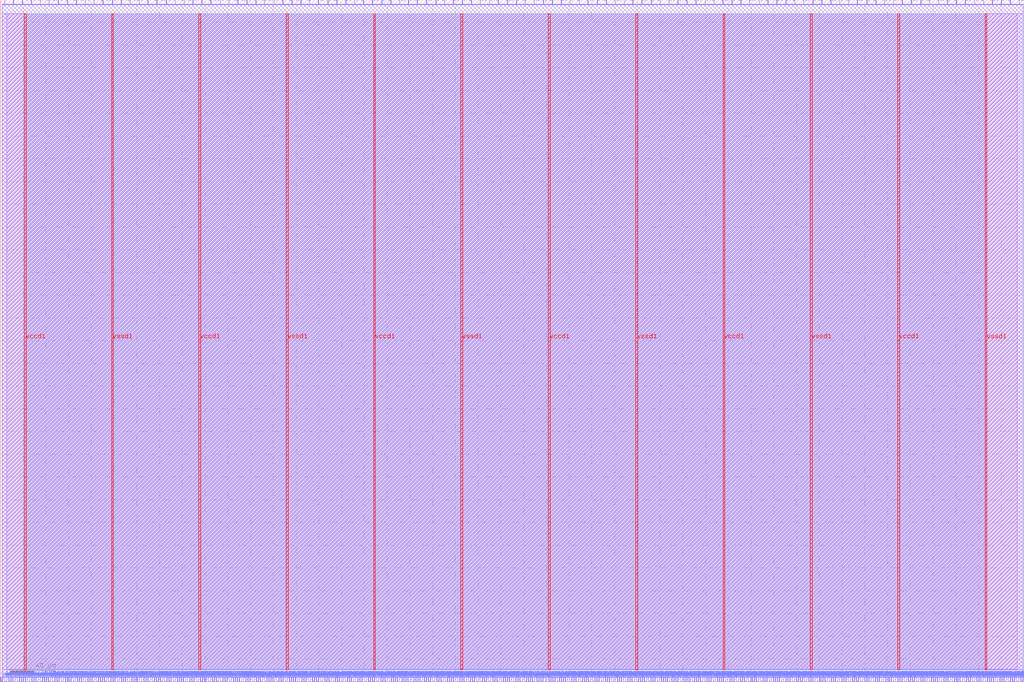
<source format=lef>
VERSION 5.7 ;
  NOWIREEXTENSIONATPIN ON ;
  DIVIDERCHAR "/" ;
  BUSBITCHARS "[]" ;
MACRO user_proj_example
  CLASS BLOCK ;
  FOREIGN user_proj_example ;
  ORIGIN 0.000 0.000 ;
  SIZE 900.000 BY 600.000 ;
  PIN io_in[0]
    DIRECTION INPUT ;
    USE SIGNAL ;
    PORT
      LAYER met2 ;
        RECT 3.770 596.000 4.050 600.000 ;
    END
  END io_in[0]
  PIN io_in[10]
    DIRECTION INPUT ;
    USE SIGNAL ;
    PORT
      LAYER met2 ;
        RECT 240.670 596.000 240.950 600.000 ;
    END
  END io_in[10]
  PIN io_in[11]
    DIRECTION INPUT ;
    USE SIGNAL ;
    PORT
      LAYER met2 ;
        RECT 264.130 596.000 264.410 600.000 ;
    END
  END io_in[11]
  PIN io_in[12]
    DIRECTION INPUT ;
    USE SIGNAL ;
    PORT
      LAYER met2 ;
        RECT 288.050 596.000 288.330 600.000 ;
    END
  END io_in[12]
  PIN io_in[13]
    DIRECTION INPUT ;
    USE SIGNAL ;
    PORT
      LAYER met2 ;
        RECT 311.510 596.000 311.790 600.000 ;
    END
  END io_in[13]
  PIN io_in[14]
    DIRECTION INPUT ;
    USE SIGNAL ;
    PORT
      LAYER met2 ;
        RECT 335.430 596.000 335.710 600.000 ;
    END
  END io_in[14]
  PIN io_in[15]
    DIRECTION INPUT ;
    USE SIGNAL ;
    PORT
      LAYER met2 ;
        RECT 358.890 596.000 359.170 600.000 ;
    END
  END io_in[15]
  PIN io_in[16]
    DIRECTION INPUT ;
    USE SIGNAL ;
    PORT
      LAYER met2 ;
        RECT 382.810 596.000 383.090 600.000 ;
    END
  END io_in[16]
  PIN io_in[17]
    DIRECTION INPUT ;
    USE SIGNAL ;
    PORT
      LAYER met2 ;
        RECT 406.270 596.000 406.550 600.000 ;
    END
  END io_in[17]
  PIN io_in[18]
    DIRECTION INPUT ;
    USE SIGNAL ;
    PORT
      LAYER met2 ;
        RECT 430.190 596.000 430.470 600.000 ;
    END
  END io_in[18]
  PIN io_in[19]
    DIRECTION INPUT ;
    USE SIGNAL ;
    PORT
      LAYER met2 ;
        RECT 453.650 596.000 453.930 600.000 ;
    END
  END io_in[19]
  PIN io_in[1]
    DIRECTION INPUT ;
    USE SIGNAL ;
    PORT
      LAYER met2 ;
        RECT 27.230 596.000 27.510 600.000 ;
    END
  END io_in[1]
  PIN io_in[20]
    DIRECTION INPUT ;
    USE SIGNAL ;
    PORT
      LAYER met2 ;
        RECT 477.570 596.000 477.850 600.000 ;
    END
  END io_in[20]
  PIN io_in[21]
    DIRECTION INPUT ;
    USE SIGNAL ;
    PORT
      LAYER met2 ;
        RECT 501.030 596.000 501.310 600.000 ;
    END
  END io_in[21]
  PIN io_in[22]
    DIRECTION INPUT ;
    USE SIGNAL ;
    PORT
      LAYER met2 ;
        RECT 524.950 596.000 525.230 600.000 ;
    END
  END io_in[22]
  PIN io_in[23]
    DIRECTION INPUT ;
    USE SIGNAL ;
    PORT
      LAYER met2 ;
        RECT 548.410 596.000 548.690 600.000 ;
    END
  END io_in[23]
  PIN io_in[24]
    DIRECTION INPUT ;
    USE SIGNAL ;
    PORT
      LAYER met2 ;
        RECT 572.330 596.000 572.610 600.000 ;
    END
  END io_in[24]
  PIN io_in[25]
    DIRECTION INPUT ;
    USE SIGNAL ;
    PORT
      LAYER met2 ;
        RECT 595.790 596.000 596.070 600.000 ;
    END
  END io_in[25]
  PIN io_in[26]
    DIRECTION INPUT ;
    USE SIGNAL ;
    PORT
      LAYER met2 ;
        RECT 619.710 596.000 619.990 600.000 ;
    END
  END io_in[26]
  PIN io_in[27]
    DIRECTION INPUT ;
    USE SIGNAL ;
    PORT
      LAYER met2 ;
        RECT 643.170 596.000 643.450 600.000 ;
    END
  END io_in[27]
  PIN io_in[28]
    DIRECTION INPUT ;
    USE SIGNAL ;
    PORT
      LAYER met2 ;
        RECT 667.090 596.000 667.370 600.000 ;
    END
  END io_in[28]
  PIN io_in[29]
    DIRECTION INPUT ;
    USE SIGNAL ;
    PORT
      LAYER met2 ;
        RECT 690.550 596.000 690.830 600.000 ;
    END
  END io_in[29]
  PIN io_in[2]
    DIRECTION INPUT ;
    USE SIGNAL ;
    PORT
      LAYER met2 ;
        RECT 51.150 596.000 51.430 600.000 ;
    END
  END io_in[2]
  PIN io_in[30]
    DIRECTION INPUT ;
    USE SIGNAL ;
    PORT
      LAYER met2 ;
        RECT 714.470 596.000 714.750 600.000 ;
    END
  END io_in[30]
  PIN io_in[31]
    DIRECTION INPUT ;
    USE SIGNAL ;
    PORT
      LAYER met2 ;
        RECT 737.930 596.000 738.210 600.000 ;
    END
  END io_in[31]
  PIN io_in[32]
    DIRECTION INPUT ;
    USE SIGNAL ;
    PORT
      LAYER met2 ;
        RECT 761.850 596.000 762.130 600.000 ;
    END
  END io_in[32]
  PIN io_in[33]
    DIRECTION INPUT ;
    USE SIGNAL ;
    PORT
      LAYER met2 ;
        RECT 785.310 596.000 785.590 600.000 ;
    END
  END io_in[33]
  PIN io_in[34]
    DIRECTION INPUT ;
    USE SIGNAL ;
    PORT
      LAYER met2 ;
        RECT 809.230 596.000 809.510 600.000 ;
    END
  END io_in[34]
  PIN io_in[35]
    DIRECTION INPUT ;
    USE SIGNAL ;
    PORT
      LAYER met2 ;
        RECT 832.690 596.000 832.970 600.000 ;
    END
  END io_in[35]
  PIN io_in[36]
    DIRECTION INPUT ;
    USE SIGNAL ;
    PORT
      LAYER met2 ;
        RECT 856.610 596.000 856.890 600.000 ;
    END
  END io_in[36]
  PIN io_in[37]
    DIRECTION INPUT ;
    USE SIGNAL ;
    PORT
      LAYER met2 ;
        RECT 880.070 596.000 880.350 600.000 ;
    END
  END io_in[37]
  PIN io_in[3]
    DIRECTION INPUT ;
    USE SIGNAL ;
    PORT
      LAYER met2 ;
        RECT 74.610 596.000 74.890 600.000 ;
    END
  END io_in[3]
  PIN io_in[4]
    DIRECTION INPUT ;
    USE SIGNAL ;
    PORT
      LAYER met2 ;
        RECT 98.530 596.000 98.810 600.000 ;
    END
  END io_in[4]
  PIN io_in[5]
    DIRECTION INPUT ;
    USE SIGNAL ;
    PORT
      LAYER met2 ;
        RECT 121.990 596.000 122.270 600.000 ;
    END
  END io_in[5]
  PIN io_in[6]
    DIRECTION INPUT ;
    USE SIGNAL ;
    PORT
      LAYER met2 ;
        RECT 145.910 596.000 146.190 600.000 ;
    END
  END io_in[6]
  PIN io_in[7]
    DIRECTION INPUT ;
    USE SIGNAL ;
    PORT
      LAYER met2 ;
        RECT 169.370 596.000 169.650 600.000 ;
    END
  END io_in[7]
  PIN io_in[8]
    DIRECTION INPUT ;
    USE SIGNAL ;
    PORT
      LAYER met2 ;
        RECT 193.290 596.000 193.570 600.000 ;
    END
  END io_in[8]
  PIN io_in[9]
    DIRECTION INPUT ;
    USE SIGNAL ;
    PORT
      LAYER met2 ;
        RECT 216.750 596.000 217.030 600.000 ;
    END
  END io_in[9]
  PIN io_oeb[0]
    DIRECTION OUTPUT TRISTATE ;
    USE SIGNAL ;
    PORT
      LAYER met2 ;
        RECT 11.590 596.000 11.870 600.000 ;
    END
  END io_oeb[0]
  PIN io_oeb[10]
    DIRECTION OUTPUT TRISTATE ;
    USE SIGNAL ;
    PORT
      LAYER met2 ;
        RECT 248.490 596.000 248.770 600.000 ;
    END
  END io_oeb[10]
  PIN io_oeb[11]
    DIRECTION OUTPUT TRISTATE ;
    USE SIGNAL ;
    PORT
      LAYER met2 ;
        RECT 271.950 596.000 272.230 600.000 ;
    END
  END io_oeb[11]
  PIN io_oeb[12]
    DIRECTION OUTPUT TRISTATE ;
    USE SIGNAL ;
    PORT
      LAYER met2 ;
        RECT 295.870 596.000 296.150 600.000 ;
    END
  END io_oeb[12]
  PIN io_oeb[13]
    DIRECTION OUTPUT TRISTATE ;
    USE SIGNAL ;
    PORT
      LAYER met2 ;
        RECT 319.330 596.000 319.610 600.000 ;
    END
  END io_oeb[13]
  PIN io_oeb[14]
    DIRECTION OUTPUT TRISTATE ;
    USE SIGNAL ;
    PORT
      LAYER met2 ;
        RECT 343.250 596.000 343.530 600.000 ;
    END
  END io_oeb[14]
  PIN io_oeb[15]
    DIRECTION OUTPUT TRISTATE ;
    USE SIGNAL ;
    PORT
      LAYER met2 ;
        RECT 366.710 596.000 366.990 600.000 ;
    END
  END io_oeb[15]
  PIN io_oeb[16]
    DIRECTION OUTPUT TRISTATE ;
    USE SIGNAL ;
    PORT
      LAYER met2 ;
        RECT 390.630 596.000 390.910 600.000 ;
    END
  END io_oeb[16]
  PIN io_oeb[17]
    DIRECTION OUTPUT TRISTATE ;
    USE SIGNAL ;
    PORT
      LAYER met2 ;
        RECT 414.090 596.000 414.370 600.000 ;
    END
  END io_oeb[17]
  PIN io_oeb[18]
    DIRECTION OUTPUT TRISTATE ;
    USE SIGNAL ;
    PORT
      LAYER met2 ;
        RECT 438.010 596.000 438.290 600.000 ;
    END
  END io_oeb[18]
  PIN io_oeb[19]
    DIRECTION OUTPUT TRISTATE ;
    USE SIGNAL ;
    PORT
      LAYER met2 ;
        RECT 461.470 596.000 461.750 600.000 ;
    END
  END io_oeb[19]
  PIN io_oeb[1]
    DIRECTION OUTPUT TRISTATE ;
    USE SIGNAL ;
    PORT
      LAYER met2 ;
        RECT 35.050 596.000 35.330 600.000 ;
    END
  END io_oeb[1]
  PIN io_oeb[20]
    DIRECTION OUTPUT TRISTATE ;
    USE SIGNAL ;
    PORT
      LAYER met2 ;
        RECT 485.390 596.000 485.670 600.000 ;
    END
  END io_oeb[20]
  PIN io_oeb[21]
    DIRECTION OUTPUT TRISTATE ;
    USE SIGNAL ;
    PORT
      LAYER met2 ;
        RECT 508.850 596.000 509.130 600.000 ;
    END
  END io_oeb[21]
  PIN io_oeb[22]
    DIRECTION OUTPUT TRISTATE ;
    USE SIGNAL ;
    PORT
      LAYER met2 ;
        RECT 532.770 596.000 533.050 600.000 ;
    END
  END io_oeb[22]
  PIN io_oeb[23]
    DIRECTION OUTPUT TRISTATE ;
    USE SIGNAL ;
    PORT
      LAYER met2 ;
        RECT 556.230 596.000 556.510 600.000 ;
    END
  END io_oeb[23]
  PIN io_oeb[24]
    DIRECTION OUTPUT TRISTATE ;
    USE SIGNAL ;
    PORT
      LAYER met2 ;
        RECT 580.150 596.000 580.430 600.000 ;
    END
  END io_oeb[24]
  PIN io_oeb[25]
    DIRECTION OUTPUT TRISTATE ;
    USE SIGNAL ;
    PORT
      LAYER met2 ;
        RECT 603.610 596.000 603.890 600.000 ;
    END
  END io_oeb[25]
  PIN io_oeb[26]
    DIRECTION OUTPUT TRISTATE ;
    USE SIGNAL ;
    PORT
      LAYER met2 ;
        RECT 627.530 596.000 627.810 600.000 ;
    END
  END io_oeb[26]
  PIN io_oeb[27]
    DIRECTION OUTPUT TRISTATE ;
    USE SIGNAL ;
    PORT
      LAYER met2 ;
        RECT 650.990 596.000 651.270 600.000 ;
    END
  END io_oeb[27]
  PIN io_oeb[28]
    DIRECTION OUTPUT TRISTATE ;
    USE SIGNAL ;
    PORT
      LAYER met2 ;
        RECT 674.910 596.000 675.190 600.000 ;
    END
  END io_oeb[28]
  PIN io_oeb[29]
    DIRECTION OUTPUT TRISTATE ;
    USE SIGNAL ;
    PORT
      LAYER met2 ;
        RECT 698.370 596.000 698.650 600.000 ;
    END
  END io_oeb[29]
  PIN io_oeb[2]
    DIRECTION OUTPUT TRISTATE ;
    USE SIGNAL ;
    PORT
      LAYER met2 ;
        RECT 58.970 596.000 59.250 600.000 ;
    END
  END io_oeb[2]
  PIN io_oeb[30]
    DIRECTION OUTPUT TRISTATE ;
    USE SIGNAL ;
    PORT
      LAYER met2 ;
        RECT 722.290 596.000 722.570 600.000 ;
    END
  END io_oeb[30]
  PIN io_oeb[31]
    DIRECTION OUTPUT TRISTATE ;
    USE SIGNAL ;
    PORT
      LAYER met2 ;
        RECT 745.750 596.000 746.030 600.000 ;
    END
  END io_oeb[31]
  PIN io_oeb[32]
    DIRECTION OUTPUT TRISTATE ;
    USE SIGNAL ;
    PORT
      LAYER met2 ;
        RECT 769.670 596.000 769.950 600.000 ;
    END
  END io_oeb[32]
  PIN io_oeb[33]
    DIRECTION OUTPUT TRISTATE ;
    USE SIGNAL ;
    PORT
      LAYER met2 ;
        RECT 793.130 596.000 793.410 600.000 ;
    END
  END io_oeb[33]
  PIN io_oeb[34]
    DIRECTION OUTPUT TRISTATE ;
    USE SIGNAL ;
    PORT
      LAYER met2 ;
        RECT 817.050 596.000 817.330 600.000 ;
    END
  END io_oeb[34]
  PIN io_oeb[35]
    DIRECTION OUTPUT TRISTATE ;
    USE SIGNAL ;
    PORT
      LAYER met2 ;
        RECT 840.510 596.000 840.790 600.000 ;
    END
  END io_oeb[35]
  PIN io_oeb[36]
    DIRECTION OUTPUT TRISTATE ;
    USE SIGNAL ;
    PORT
      LAYER met2 ;
        RECT 864.430 596.000 864.710 600.000 ;
    END
  END io_oeb[36]
  PIN io_oeb[37]
    DIRECTION OUTPUT TRISTATE ;
    USE SIGNAL ;
    PORT
      LAYER met2 ;
        RECT 887.890 596.000 888.170 600.000 ;
    END
  END io_oeb[37]
  PIN io_oeb[3]
    DIRECTION OUTPUT TRISTATE ;
    USE SIGNAL ;
    PORT
      LAYER met2 ;
        RECT 82.430 596.000 82.710 600.000 ;
    END
  END io_oeb[3]
  PIN io_oeb[4]
    DIRECTION OUTPUT TRISTATE ;
    USE SIGNAL ;
    PORT
      LAYER met2 ;
        RECT 106.350 596.000 106.630 600.000 ;
    END
  END io_oeb[4]
  PIN io_oeb[5]
    DIRECTION OUTPUT TRISTATE ;
    USE SIGNAL ;
    PORT
      LAYER met2 ;
        RECT 129.810 596.000 130.090 600.000 ;
    END
  END io_oeb[5]
  PIN io_oeb[6]
    DIRECTION OUTPUT TRISTATE ;
    USE SIGNAL ;
    PORT
      LAYER met2 ;
        RECT 153.730 596.000 154.010 600.000 ;
    END
  END io_oeb[6]
  PIN io_oeb[7]
    DIRECTION OUTPUT TRISTATE ;
    USE SIGNAL ;
    PORT
      LAYER met2 ;
        RECT 177.190 596.000 177.470 600.000 ;
    END
  END io_oeb[7]
  PIN io_oeb[8]
    DIRECTION OUTPUT TRISTATE ;
    USE SIGNAL ;
    PORT
      LAYER met2 ;
        RECT 201.110 596.000 201.390 600.000 ;
    END
  END io_oeb[8]
  PIN io_oeb[9]
    DIRECTION OUTPUT TRISTATE ;
    USE SIGNAL ;
    PORT
      LAYER met2 ;
        RECT 224.570 596.000 224.850 600.000 ;
    END
  END io_oeb[9]
  PIN io_out[0]
    DIRECTION OUTPUT TRISTATE ;
    USE SIGNAL ;
    PORT
      LAYER met2 ;
        RECT 19.410 596.000 19.690 600.000 ;
    END
  END io_out[0]
  PIN io_out[10]
    DIRECTION OUTPUT TRISTATE ;
    USE SIGNAL ;
    PORT
      LAYER met2 ;
        RECT 256.310 596.000 256.590 600.000 ;
    END
  END io_out[10]
  PIN io_out[11]
    DIRECTION OUTPUT TRISTATE ;
    USE SIGNAL ;
    PORT
      LAYER met2 ;
        RECT 279.770 596.000 280.050 600.000 ;
    END
  END io_out[11]
  PIN io_out[12]
    DIRECTION OUTPUT TRISTATE ;
    USE SIGNAL ;
    PORT
      LAYER met2 ;
        RECT 303.690 596.000 303.970 600.000 ;
    END
  END io_out[12]
  PIN io_out[13]
    DIRECTION OUTPUT TRISTATE ;
    USE SIGNAL ;
    PORT
      LAYER met2 ;
        RECT 327.150 596.000 327.430 600.000 ;
    END
  END io_out[13]
  PIN io_out[14]
    DIRECTION OUTPUT TRISTATE ;
    USE SIGNAL ;
    PORT
      LAYER met2 ;
        RECT 351.070 596.000 351.350 600.000 ;
    END
  END io_out[14]
  PIN io_out[15]
    DIRECTION OUTPUT TRISTATE ;
    USE SIGNAL ;
    PORT
      LAYER met2 ;
        RECT 374.530 596.000 374.810 600.000 ;
    END
  END io_out[15]
  PIN io_out[16]
    DIRECTION OUTPUT TRISTATE ;
    USE SIGNAL ;
    PORT
      LAYER met2 ;
        RECT 398.450 596.000 398.730 600.000 ;
    END
  END io_out[16]
  PIN io_out[17]
    DIRECTION OUTPUT TRISTATE ;
    USE SIGNAL ;
    PORT
      LAYER met2 ;
        RECT 421.910 596.000 422.190 600.000 ;
    END
  END io_out[17]
  PIN io_out[18]
    DIRECTION OUTPUT TRISTATE ;
    USE SIGNAL ;
    PORT
      LAYER met2 ;
        RECT 445.830 596.000 446.110 600.000 ;
    END
  END io_out[18]
  PIN io_out[19]
    DIRECTION OUTPUT TRISTATE ;
    USE SIGNAL ;
    PORT
      LAYER met2 ;
        RECT 469.290 596.000 469.570 600.000 ;
    END
  END io_out[19]
  PIN io_out[1]
    DIRECTION OUTPUT TRISTATE ;
    USE SIGNAL ;
    PORT
      LAYER met2 ;
        RECT 42.870 596.000 43.150 600.000 ;
    END
  END io_out[1]
  PIN io_out[20]
    DIRECTION OUTPUT TRISTATE ;
    USE SIGNAL ;
    PORT
      LAYER met2 ;
        RECT 493.210 596.000 493.490 600.000 ;
    END
  END io_out[20]
  PIN io_out[21]
    DIRECTION OUTPUT TRISTATE ;
    USE SIGNAL ;
    PORT
      LAYER met2 ;
        RECT 516.670 596.000 516.950 600.000 ;
    END
  END io_out[21]
  PIN io_out[22]
    DIRECTION OUTPUT TRISTATE ;
    USE SIGNAL ;
    PORT
      LAYER met2 ;
        RECT 540.590 596.000 540.870 600.000 ;
    END
  END io_out[22]
  PIN io_out[23]
    DIRECTION OUTPUT TRISTATE ;
    USE SIGNAL ;
    PORT
      LAYER met2 ;
        RECT 564.050 596.000 564.330 600.000 ;
    END
  END io_out[23]
  PIN io_out[24]
    DIRECTION OUTPUT TRISTATE ;
    USE SIGNAL ;
    PORT
      LAYER met2 ;
        RECT 587.970 596.000 588.250 600.000 ;
    END
  END io_out[24]
  PIN io_out[25]
    DIRECTION OUTPUT TRISTATE ;
    USE SIGNAL ;
    PORT
      LAYER met2 ;
        RECT 611.430 596.000 611.710 600.000 ;
    END
  END io_out[25]
  PIN io_out[26]
    DIRECTION OUTPUT TRISTATE ;
    USE SIGNAL ;
    PORT
      LAYER met2 ;
        RECT 635.350 596.000 635.630 600.000 ;
    END
  END io_out[26]
  PIN io_out[27]
    DIRECTION OUTPUT TRISTATE ;
    USE SIGNAL ;
    PORT
      LAYER met2 ;
        RECT 658.810 596.000 659.090 600.000 ;
    END
  END io_out[27]
  PIN io_out[28]
    DIRECTION OUTPUT TRISTATE ;
    USE SIGNAL ;
    PORT
      LAYER met2 ;
        RECT 682.730 596.000 683.010 600.000 ;
    END
  END io_out[28]
  PIN io_out[29]
    DIRECTION OUTPUT TRISTATE ;
    USE SIGNAL ;
    PORT
      LAYER met2 ;
        RECT 706.190 596.000 706.470 600.000 ;
    END
  END io_out[29]
  PIN io_out[2]
    DIRECTION OUTPUT TRISTATE ;
    USE SIGNAL ;
    PORT
      LAYER met2 ;
        RECT 66.790 596.000 67.070 600.000 ;
    END
  END io_out[2]
  PIN io_out[30]
    DIRECTION OUTPUT TRISTATE ;
    USE SIGNAL ;
    PORT
      LAYER met2 ;
        RECT 730.110 596.000 730.390 600.000 ;
    END
  END io_out[30]
  PIN io_out[31]
    DIRECTION OUTPUT TRISTATE ;
    USE SIGNAL ;
    PORT
      LAYER met2 ;
        RECT 753.570 596.000 753.850 600.000 ;
    END
  END io_out[31]
  PIN io_out[32]
    DIRECTION OUTPUT TRISTATE ;
    USE SIGNAL ;
    PORT
      LAYER met2 ;
        RECT 777.490 596.000 777.770 600.000 ;
    END
  END io_out[32]
  PIN io_out[33]
    DIRECTION OUTPUT TRISTATE ;
    USE SIGNAL ;
    PORT
      LAYER met2 ;
        RECT 800.950 596.000 801.230 600.000 ;
    END
  END io_out[33]
  PIN io_out[34]
    DIRECTION OUTPUT TRISTATE ;
    USE SIGNAL ;
    PORT
      LAYER met2 ;
        RECT 824.870 596.000 825.150 600.000 ;
    END
  END io_out[34]
  PIN io_out[35]
    DIRECTION OUTPUT TRISTATE ;
    USE SIGNAL ;
    PORT
      LAYER met2 ;
        RECT 848.330 596.000 848.610 600.000 ;
    END
  END io_out[35]
  PIN io_out[36]
    DIRECTION OUTPUT TRISTATE ;
    USE SIGNAL ;
    PORT
      LAYER met2 ;
        RECT 872.250 596.000 872.530 600.000 ;
    END
  END io_out[36]
  PIN io_out[37]
    DIRECTION OUTPUT TRISTATE ;
    USE SIGNAL ;
    PORT
      LAYER met2 ;
        RECT 895.710 596.000 895.990 600.000 ;
    END
  END io_out[37]
  PIN io_out[3]
    DIRECTION OUTPUT TRISTATE ;
    USE SIGNAL ;
    PORT
      LAYER met2 ;
        RECT 90.250 596.000 90.530 600.000 ;
    END
  END io_out[3]
  PIN io_out[4]
    DIRECTION OUTPUT TRISTATE ;
    USE SIGNAL ;
    PORT
      LAYER met2 ;
        RECT 114.170 596.000 114.450 600.000 ;
    END
  END io_out[4]
  PIN io_out[5]
    DIRECTION OUTPUT TRISTATE ;
    USE SIGNAL ;
    PORT
      LAYER met2 ;
        RECT 137.630 596.000 137.910 600.000 ;
    END
  END io_out[5]
  PIN io_out[6]
    DIRECTION OUTPUT TRISTATE ;
    USE SIGNAL ;
    PORT
      LAYER met2 ;
        RECT 161.550 596.000 161.830 600.000 ;
    END
  END io_out[6]
  PIN io_out[7]
    DIRECTION OUTPUT TRISTATE ;
    USE SIGNAL ;
    PORT
      LAYER met2 ;
        RECT 185.010 596.000 185.290 600.000 ;
    END
  END io_out[7]
  PIN io_out[8]
    DIRECTION OUTPUT TRISTATE ;
    USE SIGNAL ;
    PORT
      LAYER met2 ;
        RECT 208.930 596.000 209.210 600.000 ;
    END
  END io_out[8]
  PIN io_out[9]
    DIRECTION OUTPUT TRISTATE ;
    USE SIGNAL ;
    PORT
      LAYER met2 ;
        RECT 232.390 596.000 232.670 600.000 ;
    END
  END io_out[9]
  PIN irq[0]
    DIRECTION OUTPUT TRISTATE ;
    USE SIGNAL ;
    PORT
      LAYER met2 ;
        RECT 895.250 0.000 895.530 4.000 ;
    END
  END irq[0]
  PIN irq[1]
    DIRECTION OUTPUT TRISTATE ;
    USE SIGNAL ;
    PORT
      LAYER met2 ;
        RECT 897.090 0.000 897.370 4.000 ;
    END
  END irq[1]
  PIN irq[2]
    DIRECTION OUTPUT TRISTATE ;
    USE SIGNAL ;
    PORT
      LAYER met2 ;
        RECT 898.930 0.000 899.210 4.000 ;
    END
  END irq[2]
  PIN la_data_in[0]
    DIRECTION INPUT ;
    USE SIGNAL ;
    PORT
      LAYER met2 ;
        RECT 193.750 0.000 194.030 4.000 ;
    END
  END la_data_in[0]
  PIN la_data_in[100]
    DIRECTION INPUT ;
    USE SIGNAL ;
    PORT
      LAYER met2 ;
        RECT 741.610 0.000 741.890 4.000 ;
    END
  END la_data_in[100]
  PIN la_data_in[101]
    DIRECTION INPUT ;
    USE SIGNAL ;
    PORT
      LAYER met2 ;
        RECT 747.130 0.000 747.410 4.000 ;
    END
  END la_data_in[101]
  PIN la_data_in[102]
    DIRECTION INPUT ;
    USE SIGNAL ;
    PORT
      LAYER met2 ;
        RECT 752.650 0.000 752.930 4.000 ;
    END
  END la_data_in[102]
  PIN la_data_in[103]
    DIRECTION INPUT ;
    USE SIGNAL ;
    PORT
      LAYER met2 ;
        RECT 758.170 0.000 758.450 4.000 ;
    END
  END la_data_in[103]
  PIN la_data_in[104]
    DIRECTION INPUT ;
    USE SIGNAL ;
    PORT
      LAYER met2 ;
        RECT 763.690 0.000 763.970 4.000 ;
    END
  END la_data_in[104]
  PIN la_data_in[105]
    DIRECTION INPUT ;
    USE SIGNAL ;
    PORT
      LAYER met2 ;
        RECT 769.210 0.000 769.490 4.000 ;
    END
  END la_data_in[105]
  PIN la_data_in[106]
    DIRECTION INPUT ;
    USE SIGNAL ;
    PORT
      LAYER met2 ;
        RECT 774.730 0.000 775.010 4.000 ;
    END
  END la_data_in[106]
  PIN la_data_in[107]
    DIRECTION INPUT ;
    USE SIGNAL ;
    PORT
      LAYER met2 ;
        RECT 780.250 0.000 780.530 4.000 ;
    END
  END la_data_in[107]
  PIN la_data_in[108]
    DIRECTION INPUT ;
    USE SIGNAL ;
    PORT
      LAYER met2 ;
        RECT 785.310 0.000 785.590 4.000 ;
    END
  END la_data_in[108]
  PIN la_data_in[109]
    DIRECTION INPUT ;
    USE SIGNAL ;
    PORT
      LAYER met2 ;
        RECT 790.830 0.000 791.110 4.000 ;
    END
  END la_data_in[109]
  PIN la_data_in[10]
    DIRECTION INPUT ;
    USE SIGNAL ;
    PORT
      LAYER met2 ;
        RECT 248.490 0.000 248.770 4.000 ;
    END
  END la_data_in[10]
  PIN la_data_in[110]
    DIRECTION INPUT ;
    USE SIGNAL ;
    PORT
      LAYER met2 ;
        RECT 796.350 0.000 796.630 4.000 ;
    END
  END la_data_in[110]
  PIN la_data_in[111]
    DIRECTION INPUT ;
    USE SIGNAL ;
    PORT
      LAYER met2 ;
        RECT 801.870 0.000 802.150 4.000 ;
    END
  END la_data_in[111]
  PIN la_data_in[112]
    DIRECTION INPUT ;
    USE SIGNAL ;
    PORT
      LAYER met2 ;
        RECT 807.390 0.000 807.670 4.000 ;
    END
  END la_data_in[112]
  PIN la_data_in[113]
    DIRECTION INPUT ;
    USE SIGNAL ;
    PORT
      LAYER met2 ;
        RECT 812.910 0.000 813.190 4.000 ;
    END
  END la_data_in[113]
  PIN la_data_in[114]
    DIRECTION INPUT ;
    USE SIGNAL ;
    PORT
      LAYER met2 ;
        RECT 818.430 0.000 818.710 4.000 ;
    END
  END la_data_in[114]
  PIN la_data_in[115]
    DIRECTION INPUT ;
    USE SIGNAL ;
    PORT
      LAYER met2 ;
        RECT 823.950 0.000 824.230 4.000 ;
    END
  END la_data_in[115]
  PIN la_data_in[116]
    DIRECTION INPUT ;
    USE SIGNAL ;
    PORT
      LAYER met2 ;
        RECT 829.470 0.000 829.750 4.000 ;
    END
  END la_data_in[116]
  PIN la_data_in[117]
    DIRECTION INPUT ;
    USE SIGNAL ;
    PORT
      LAYER met2 ;
        RECT 834.990 0.000 835.270 4.000 ;
    END
  END la_data_in[117]
  PIN la_data_in[118]
    DIRECTION INPUT ;
    USE SIGNAL ;
    PORT
      LAYER met2 ;
        RECT 840.510 0.000 840.790 4.000 ;
    END
  END la_data_in[118]
  PIN la_data_in[119]
    DIRECTION INPUT ;
    USE SIGNAL ;
    PORT
      LAYER met2 ;
        RECT 845.570 0.000 845.850 4.000 ;
    END
  END la_data_in[119]
  PIN la_data_in[11]
    DIRECTION INPUT ;
    USE SIGNAL ;
    PORT
      LAYER met2 ;
        RECT 254.010 0.000 254.290 4.000 ;
    END
  END la_data_in[11]
  PIN la_data_in[120]
    DIRECTION INPUT ;
    USE SIGNAL ;
    PORT
      LAYER met2 ;
        RECT 851.090 0.000 851.370 4.000 ;
    END
  END la_data_in[120]
  PIN la_data_in[121]
    DIRECTION INPUT ;
    USE SIGNAL ;
    PORT
      LAYER met2 ;
        RECT 856.610 0.000 856.890 4.000 ;
    END
  END la_data_in[121]
  PIN la_data_in[122]
    DIRECTION INPUT ;
    USE SIGNAL ;
    PORT
      LAYER met2 ;
        RECT 862.130 0.000 862.410 4.000 ;
    END
  END la_data_in[122]
  PIN la_data_in[123]
    DIRECTION INPUT ;
    USE SIGNAL ;
    PORT
      LAYER met2 ;
        RECT 867.650 0.000 867.930 4.000 ;
    END
  END la_data_in[123]
  PIN la_data_in[124]
    DIRECTION INPUT ;
    USE SIGNAL ;
    PORT
      LAYER met2 ;
        RECT 873.170 0.000 873.450 4.000 ;
    END
  END la_data_in[124]
  PIN la_data_in[125]
    DIRECTION INPUT ;
    USE SIGNAL ;
    PORT
      LAYER met2 ;
        RECT 878.690 0.000 878.970 4.000 ;
    END
  END la_data_in[125]
  PIN la_data_in[126]
    DIRECTION INPUT ;
    USE SIGNAL ;
    PORT
      LAYER met2 ;
        RECT 884.210 0.000 884.490 4.000 ;
    END
  END la_data_in[126]
  PIN la_data_in[127]
    DIRECTION INPUT ;
    USE SIGNAL ;
    PORT
      LAYER met2 ;
        RECT 889.730 0.000 890.010 4.000 ;
    END
  END la_data_in[127]
  PIN la_data_in[12]
    DIRECTION INPUT ;
    USE SIGNAL ;
    PORT
      LAYER met2 ;
        RECT 259.530 0.000 259.810 4.000 ;
    END
  END la_data_in[12]
  PIN la_data_in[13]
    DIRECTION INPUT ;
    USE SIGNAL ;
    PORT
      LAYER met2 ;
        RECT 265.050 0.000 265.330 4.000 ;
    END
  END la_data_in[13]
  PIN la_data_in[14]
    DIRECTION INPUT ;
    USE SIGNAL ;
    PORT
      LAYER met2 ;
        RECT 270.570 0.000 270.850 4.000 ;
    END
  END la_data_in[14]
  PIN la_data_in[15]
    DIRECTION INPUT ;
    USE SIGNAL ;
    PORT
      LAYER met2 ;
        RECT 276.090 0.000 276.370 4.000 ;
    END
  END la_data_in[15]
  PIN la_data_in[16]
    DIRECTION INPUT ;
    USE SIGNAL ;
    PORT
      LAYER met2 ;
        RECT 281.610 0.000 281.890 4.000 ;
    END
  END la_data_in[16]
  PIN la_data_in[17]
    DIRECTION INPUT ;
    USE SIGNAL ;
    PORT
      LAYER met2 ;
        RECT 287.130 0.000 287.410 4.000 ;
    END
  END la_data_in[17]
  PIN la_data_in[18]
    DIRECTION INPUT ;
    USE SIGNAL ;
    PORT
      LAYER met2 ;
        RECT 292.650 0.000 292.930 4.000 ;
    END
  END la_data_in[18]
  PIN la_data_in[19]
    DIRECTION INPUT ;
    USE SIGNAL ;
    PORT
      LAYER met2 ;
        RECT 298.170 0.000 298.450 4.000 ;
    END
  END la_data_in[19]
  PIN la_data_in[1]
    DIRECTION INPUT ;
    USE SIGNAL ;
    PORT
      LAYER met2 ;
        RECT 199.270 0.000 199.550 4.000 ;
    END
  END la_data_in[1]
  PIN la_data_in[20]
    DIRECTION INPUT ;
    USE SIGNAL ;
    PORT
      LAYER met2 ;
        RECT 303.230 0.000 303.510 4.000 ;
    END
  END la_data_in[20]
  PIN la_data_in[21]
    DIRECTION INPUT ;
    USE SIGNAL ;
    PORT
      LAYER met2 ;
        RECT 308.750 0.000 309.030 4.000 ;
    END
  END la_data_in[21]
  PIN la_data_in[22]
    DIRECTION INPUT ;
    USE SIGNAL ;
    PORT
      LAYER met2 ;
        RECT 314.270 0.000 314.550 4.000 ;
    END
  END la_data_in[22]
  PIN la_data_in[23]
    DIRECTION INPUT ;
    USE SIGNAL ;
    PORT
      LAYER met2 ;
        RECT 319.790 0.000 320.070 4.000 ;
    END
  END la_data_in[23]
  PIN la_data_in[24]
    DIRECTION INPUT ;
    USE SIGNAL ;
    PORT
      LAYER met2 ;
        RECT 325.310 0.000 325.590 4.000 ;
    END
  END la_data_in[24]
  PIN la_data_in[25]
    DIRECTION INPUT ;
    USE SIGNAL ;
    PORT
      LAYER met2 ;
        RECT 330.830 0.000 331.110 4.000 ;
    END
  END la_data_in[25]
  PIN la_data_in[26]
    DIRECTION INPUT ;
    USE SIGNAL ;
    PORT
      LAYER met2 ;
        RECT 336.350 0.000 336.630 4.000 ;
    END
  END la_data_in[26]
  PIN la_data_in[27]
    DIRECTION INPUT ;
    USE SIGNAL ;
    PORT
      LAYER met2 ;
        RECT 341.870 0.000 342.150 4.000 ;
    END
  END la_data_in[27]
  PIN la_data_in[28]
    DIRECTION INPUT ;
    USE SIGNAL ;
    PORT
      LAYER met2 ;
        RECT 347.390 0.000 347.670 4.000 ;
    END
  END la_data_in[28]
  PIN la_data_in[29]
    DIRECTION INPUT ;
    USE SIGNAL ;
    PORT
      LAYER met2 ;
        RECT 352.910 0.000 353.190 4.000 ;
    END
  END la_data_in[29]
  PIN la_data_in[2]
    DIRECTION INPUT ;
    USE SIGNAL ;
    PORT
      LAYER met2 ;
        RECT 204.790 0.000 205.070 4.000 ;
    END
  END la_data_in[2]
  PIN la_data_in[30]
    DIRECTION INPUT ;
    USE SIGNAL ;
    PORT
      LAYER met2 ;
        RECT 358.430 0.000 358.710 4.000 ;
    END
  END la_data_in[30]
  PIN la_data_in[31]
    DIRECTION INPUT ;
    USE SIGNAL ;
    PORT
      LAYER met2 ;
        RECT 363.490 0.000 363.770 4.000 ;
    END
  END la_data_in[31]
  PIN la_data_in[32]
    DIRECTION INPUT ;
    USE SIGNAL ;
    PORT
      LAYER met2 ;
        RECT 369.010 0.000 369.290 4.000 ;
    END
  END la_data_in[32]
  PIN la_data_in[33]
    DIRECTION INPUT ;
    USE SIGNAL ;
    PORT
      LAYER met2 ;
        RECT 374.530 0.000 374.810 4.000 ;
    END
  END la_data_in[33]
  PIN la_data_in[34]
    DIRECTION INPUT ;
    USE SIGNAL ;
    PORT
      LAYER met2 ;
        RECT 380.050 0.000 380.330 4.000 ;
    END
  END la_data_in[34]
  PIN la_data_in[35]
    DIRECTION INPUT ;
    USE SIGNAL ;
    PORT
      LAYER met2 ;
        RECT 385.570 0.000 385.850 4.000 ;
    END
  END la_data_in[35]
  PIN la_data_in[36]
    DIRECTION INPUT ;
    USE SIGNAL ;
    PORT
      LAYER met2 ;
        RECT 391.090 0.000 391.370 4.000 ;
    END
  END la_data_in[36]
  PIN la_data_in[37]
    DIRECTION INPUT ;
    USE SIGNAL ;
    PORT
      LAYER met2 ;
        RECT 396.610 0.000 396.890 4.000 ;
    END
  END la_data_in[37]
  PIN la_data_in[38]
    DIRECTION INPUT ;
    USE SIGNAL ;
    PORT
      LAYER met2 ;
        RECT 402.130 0.000 402.410 4.000 ;
    END
  END la_data_in[38]
  PIN la_data_in[39]
    DIRECTION INPUT ;
    USE SIGNAL ;
    PORT
      LAYER met2 ;
        RECT 407.650 0.000 407.930 4.000 ;
    END
  END la_data_in[39]
  PIN la_data_in[3]
    DIRECTION INPUT ;
    USE SIGNAL ;
    PORT
      LAYER met2 ;
        RECT 210.310 0.000 210.590 4.000 ;
    END
  END la_data_in[3]
  PIN la_data_in[40]
    DIRECTION INPUT ;
    USE SIGNAL ;
    PORT
      LAYER met2 ;
        RECT 413.170 0.000 413.450 4.000 ;
    END
  END la_data_in[40]
  PIN la_data_in[41]
    DIRECTION INPUT ;
    USE SIGNAL ;
    PORT
      LAYER met2 ;
        RECT 418.690 0.000 418.970 4.000 ;
    END
  END la_data_in[41]
  PIN la_data_in[42]
    DIRECTION INPUT ;
    USE SIGNAL ;
    PORT
      LAYER met2 ;
        RECT 423.750 0.000 424.030 4.000 ;
    END
  END la_data_in[42]
  PIN la_data_in[43]
    DIRECTION INPUT ;
    USE SIGNAL ;
    PORT
      LAYER met2 ;
        RECT 429.270 0.000 429.550 4.000 ;
    END
  END la_data_in[43]
  PIN la_data_in[44]
    DIRECTION INPUT ;
    USE SIGNAL ;
    PORT
      LAYER met2 ;
        RECT 434.790 0.000 435.070 4.000 ;
    END
  END la_data_in[44]
  PIN la_data_in[45]
    DIRECTION INPUT ;
    USE SIGNAL ;
    PORT
      LAYER met2 ;
        RECT 440.310 0.000 440.590 4.000 ;
    END
  END la_data_in[45]
  PIN la_data_in[46]
    DIRECTION INPUT ;
    USE SIGNAL ;
    PORT
      LAYER met2 ;
        RECT 445.830 0.000 446.110 4.000 ;
    END
  END la_data_in[46]
  PIN la_data_in[47]
    DIRECTION INPUT ;
    USE SIGNAL ;
    PORT
      LAYER met2 ;
        RECT 451.350 0.000 451.630 4.000 ;
    END
  END la_data_in[47]
  PIN la_data_in[48]
    DIRECTION INPUT ;
    USE SIGNAL ;
    PORT
      LAYER met2 ;
        RECT 456.870 0.000 457.150 4.000 ;
    END
  END la_data_in[48]
  PIN la_data_in[49]
    DIRECTION INPUT ;
    USE SIGNAL ;
    PORT
      LAYER met2 ;
        RECT 462.390 0.000 462.670 4.000 ;
    END
  END la_data_in[49]
  PIN la_data_in[4]
    DIRECTION INPUT ;
    USE SIGNAL ;
    PORT
      LAYER met2 ;
        RECT 215.830 0.000 216.110 4.000 ;
    END
  END la_data_in[4]
  PIN la_data_in[50]
    DIRECTION INPUT ;
    USE SIGNAL ;
    PORT
      LAYER met2 ;
        RECT 467.910 0.000 468.190 4.000 ;
    END
  END la_data_in[50]
  PIN la_data_in[51]
    DIRECTION INPUT ;
    USE SIGNAL ;
    PORT
      LAYER met2 ;
        RECT 473.430 0.000 473.710 4.000 ;
    END
  END la_data_in[51]
  PIN la_data_in[52]
    DIRECTION INPUT ;
    USE SIGNAL ;
    PORT
      LAYER met2 ;
        RECT 478.950 0.000 479.230 4.000 ;
    END
  END la_data_in[52]
  PIN la_data_in[53]
    DIRECTION INPUT ;
    USE SIGNAL ;
    PORT
      LAYER met2 ;
        RECT 484.010 0.000 484.290 4.000 ;
    END
  END la_data_in[53]
  PIN la_data_in[54]
    DIRECTION INPUT ;
    USE SIGNAL ;
    PORT
      LAYER met2 ;
        RECT 489.530 0.000 489.810 4.000 ;
    END
  END la_data_in[54]
  PIN la_data_in[55]
    DIRECTION INPUT ;
    USE SIGNAL ;
    PORT
      LAYER met2 ;
        RECT 495.050 0.000 495.330 4.000 ;
    END
  END la_data_in[55]
  PIN la_data_in[56]
    DIRECTION INPUT ;
    USE SIGNAL ;
    PORT
      LAYER met2 ;
        RECT 500.570 0.000 500.850 4.000 ;
    END
  END la_data_in[56]
  PIN la_data_in[57]
    DIRECTION INPUT ;
    USE SIGNAL ;
    PORT
      LAYER met2 ;
        RECT 506.090 0.000 506.370 4.000 ;
    END
  END la_data_in[57]
  PIN la_data_in[58]
    DIRECTION INPUT ;
    USE SIGNAL ;
    PORT
      LAYER met2 ;
        RECT 511.610 0.000 511.890 4.000 ;
    END
  END la_data_in[58]
  PIN la_data_in[59]
    DIRECTION INPUT ;
    USE SIGNAL ;
    PORT
      LAYER met2 ;
        RECT 517.130 0.000 517.410 4.000 ;
    END
  END la_data_in[59]
  PIN la_data_in[5]
    DIRECTION INPUT ;
    USE SIGNAL ;
    PORT
      LAYER met2 ;
        RECT 221.350 0.000 221.630 4.000 ;
    END
  END la_data_in[5]
  PIN la_data_in[60]
    DIRECTION INPUT ;
    USE SIGNAL ;
    PORT
      LAYER met2 ;
        RECT 522.650 0.000 522.930 4.000 ;
    END
  END la_data_in[60]
  PIN la_data_in[61]
    DIRECTION INPUT ;
    USE SIGNAL ;
    PORT
      LAYER met2 ;
        RECT 528.170 0.000 528.450 4.000 ;
    END
  END la_data_in[61]
  PIN la_data_in[62]
    DIRECTION INPUT ;
    USE SIGNAL ;
    PORT
      LAYER met2 ;
        RECT 533.690 0.000 533.970 4.000 ;
    END
  END la_data_in[62]
  PIN la_data_in[63]
    DIRECTION INPUT ;
    USE SIGNAL ;
    PORT
      LAYER met2 ;
        RECT 539.210 0.000 539.490 4.000 ;
    END
  END la_data_in[63]
  PIN la_data_in[64]
    DIRECTION INPUT ;
    USE SIGNAL ;
    PORT
      LAYER met2 ;
        RECT 544.270 0.000 544.550 4.000 ;
    END
  END la_data_in[64]
  PIN la_data_in[65]
    DIRECTION INPUT ;
    USE SIGNAL ;
    PORT
      LAYER met2 ;
        RECT 549.790 0.000 550.070 4.000 ;
    END
  END la_data_in[65]
  PIN la_data_in[66]
    DIRECTION INPUT ;
    USE SIGNAL ;
    PORT
      LAYER met2 ;
        RECT 555.310 0.000 555.590 4.000 ;
    END
  END la_data_in[66]
  PIN la_data_in[67]
    DIRECTION INPUT ;
    USE SIGNAL ;
    PORT
      LAYER met2 ;
        RECT 560.830 0.000 561.110 4.000 ;
    END
  END la_data_in[67]
  PIN la_data_in[68]
    DIRECTION INPUT ;
    USE SIGNAL ;
    PORT
      LAYER met2 ;
        RECT 566.350 0.000 566.630 4.000 ;
    END
  END la_data_in[68]
  PIN la_data_in[69]
    DIRECTION INPUT ;
    USE SIGNAL ;
    PORT
      LAYER met2 ;
        RECT 571.870 0.000 572.150 4.000 ;
    END
  END la_data_in[69]
  PIN la_data_in[6]
    DIRECTION INPUT ;
    USE SIGNAL ;
    PORT
      LAYER met2 ;
        RECT 226.870 0.000 227.150 4.000 ;
    END
  END la_data_in[6]
  PIN la_data_in[70]
    DIRECTION INPUT ;
    USE SIGNAL ;
    PORT
      LAYER met2 ;
        RECT 577.390 0.000 577.670 4.000 ;
    END
  END la_data_in[70]
  PIN la_data_in[71]
    DIRECTION INPUT ;
    USE SIGNAL ;
    PORT
      LAYER met2 ;
        RECT 582.910 0.000 583.190 4.000 ;
    END
  END la_data_in[71]
  PIN la_data_in[72]
    DIRECTION INPUT ;
    USE SIGNAL ;
    PORT
      LAYER met2 ;
        RECT 588.430 0.000 588.710 4.000 ;
    END
  END la_data_in[72]
  PIN la_data_in[73]
    DIRECTION INPUT ;
    USE SIGNAL ;
    PORT
      LAYER met2 ;
        RECT 593.950 0.000 594.230 4.000 ;
    END
  END la_data_in[73]
  PIN la_data_in[74]
    DIRECTION INPUT ;
    USE SIGNAL ;
    PORT
      LAYER met2 ;
        RECT 599.470 0.000 599.750 4.000 ;
    END
  END la_data_in[74]
  PIN la_data_in[75]
    DIRECTION INPUT ;
    USE SIGNAL ;
    PORT
      LAYER met2 ;
        RECT 604.530 0.000 604.810 4.000 ;
    END
  END la_data_in[75]
  PIN la_data_in[76]
    DIRECTION INPUT ;
    USE SIGNAL ;
    PORT
      LAYER met2 ;
        RECT 610.050 0.000 610.330 4.000 ;
    END
  END la_data_in[76]
  PIN la_data_in[77]
    DIRECTION INPUT ;
    USE SIGNAL ;
    PORT
      LAYER met2 ;
        RECT 615.570 0.000 615.850 4.000 ;
    END
  END la_data_in[77]
  PIN la_data_in[78]
    DIRECTION INPUT ;
    USE SIGNAL ;
    PORT
      LAYER met2 ;
        RECT 621.090 0.000 621.370 4.000 ;
    END
  END la_data_in[78]
  PIN la_data_in[79]
    DIRECTION INPUT ;
    USE SIGNAL ;
    PORT
      LAYER met2 ;
        RECT 626.610 0.000 626.890 4.000 ;
    END
  END la_data_in[79]
  PIN la_data_in[7]
    DIRECTION INPUT ;
    USE SIGNAL ;
    PORT
      LAYER met2 ;
        RECT 232.390 0.000 232.670 4.000 ;
    END
  END la_data_in[7]
  PIN la_data_in[80]
    DIRECTION INPUT ;
    USE SIGNAL ;
    PORT
      LAYER met2 ;
        RECT 632.130 0.000 632.410 4.000 ;
    END
  END la_data_in[80]
  PIN la_data_in[81]
    DIRECTION INPUT ;
    USE SIGNAL ;
    PORT
      LAYER met2 ;
        RECT 637.650 0.000 637.930 4.000 ;
    END
  END la_data_in[81]
  PIN la_data_in[82]
    DIRECTION INPUT ;
    USE SIGNAL ;
    PORT
      LAYER met2 ;
        RECT 643.170 0.000 643.450 4.000 ;
    END
  END la_data_in[82]
  PIN la_data_in[83]
    DIRECTION INPUT ;
    USE SIGNAL ;
    PORT
      LAYER met2 ;
        RECT 648.690 0.000 648.970 4.000 ;
    END
  END la_data_in[83]
  PIN la_data_in[84]
    DIRECTION INPUT ;
    USE SIGNAL ;
    PORT
      LAYER met2 ;
        RECT 654.210 0.000 654.490 4.000 ;
    END
  END la_data_in[84]
  PIN la_data_in[85]
    DIRECTION INPUT ;
    USE SIGNAL ;
    PORT
      LAYER met2 ;
        RECT 659.730 0.000 660.010 4.000 ;
    END
  END la_data_in[85]
  PIN la_data_in[86]
    DIRECTION INPUT ;
    USE SIGNAL ;
    PORT
      LAYER met2 ;
        RECT 664.790 0.000 665.070 4.000 ;
    END
  END la_data_in[86]
  PIN la_data_in[87]
    DIRECTION INPUT ;
    USE SIGNAL ;
    PORT
      LAYER met2 ;
        RECT 670.310 0.000 670.590 4.000 ;
    END
  END la_data_in[87]
  PIN la_data_in[88]
    DIRECTION INPUT ;
    USE SIGNAL ;
    PORT
      LAYER met2 ;
        RECT 675.830 0.000 676.110 4.000 ;
    END
  END la_data_in[88]
  PIN la_data_in[89]
    DIRECTION INPUT ;
    USE SIGNAL ;
    PORT
      LAYER met2 ;
        RECT 681.350 0.000 681.630 4.000 ;
    END
  END la_data_in[89]
  PIN la_data_in[8]
    DIRECTION INPUT ;
    USE SIGNAL ;
    PORT
      LAYER met2 ;
        RECT 237.910 0.000 238.190 4.000 ;
    END
  END la_data_in[8]
  PIN la_data_in[90]
    DIRECTION INPUT ;
    USE SIGNAL ;
    PORT
      LAYER met2 ;
        RECT 686.870 0.000 687.150 4.000 ;
    END
  END la_data_in[90]
  PIN la_data_in[91]
    DIRECTION INPUT ;
    USE SIGNAL ;
    PORT
      LAYER met2 ;
        RECT 692.390 0.000 692.670 4.000 ;
    END
  END la_data_in[91]
  PIN la_data_in[92]
    DIRECTION INPUT ;
    USE SIGNAL ;
    PORT
      LAYER met2 ;
        RECT 697.910 0.000 698.190 4.000 ;
    END
  END la_data_in[92]
  PIN la_data_in[93]
    DIRECTION INPUT ;
    USE SIGNAL ;
    PORT
      LAYER met2 ;
        RECT 703.430 0.000 703.710 4.000 ;
    END
  END la_data_in[93]
  PIN la_data_in[94]
    DIRECTION INPUT ;
    USE SIGNAL ;
    PORT
      LAYER met2 ;
        RECT 708.950 0.000 709.230 4.000 ;
    END
  END la_data_in[94]
  PIN la_data_in[95]
    DIRECTION INPUT ;
    USE SIGNAL ;
    PORT
      LAYER met2 ;
        RECT 714.470 0.000 714.750 4.000 ;
    END
  END la_data_in[95]
  PIN la_data_in[96]
    DIRECTION INPUT ;
    USE SIGNAL ;
    PORT
      LAYER met2 ;
        RECT 719.990 0.000 720.270 4.000 ;
    END
  END la_data_in[96]
  PIN la_data_in[97]
    DIRECTION INPUT ;
    USE SIGNAL ;
    PORT
      LAYER met2 ;
        RECT 725.050 0.000 725.330 4.000 ;
    END
  END la_data_in[97]
  PIN la_data_in[98]
    DIRECTION INPUT ;
    USE SIGNAL ;
    PORT
      LAYER met2 ;
        RECT 730.570 0.000 730.850 4.000 ;
    END
  END la_data_in[98]
  PIN la_data_in[99]
    DIRECTION INPUT ;
    USE SIGNAL ;
    PORT
      LAYER met2 ;
        RECT 736.090 0.000 736.370 4.000 ;
    END
  END la_data_in[99]
  PIN la_data_in[9]
    DIRECTION INPUT ;
    USE SIGNAL ;
    PORT
      LAYER met2 ;
        RECT 242.970 0.000 243.250 4.000 ;
    END
  END la_data_in[9]
  PIN la_data_out[0]
    DIRECTION OUTPUT TRISTATE ;
    USE SIGNAL ;
    PORT
      LAYER met2 ;
        RECT 195.590 0.000 195.870 4.000 ;
    END
  END la_data_out[0]
  PIN la_data_out[100]
    DIRECTION OUTPUT TRISTATE ;
    USE SIGNAL ;
    PORT
      LAYER met2 ;
        RECT 743.450 0.000 743.730 4.000 ;
    END
  END la_data_out[100]
  PIN la_data_out[101]
    DIRECTION OUTPUT TRISTATE ;
    USE SIGNAL ;
    PORT
      LAYER met2 ;
        RECT 748.970 0.000 749.250 4.000 ;
    END
  END la_data_out[101]
  PIN la_data_out[102]
    DIRECTION OUTPUT TRISTATE ;
    USE SIGNAL ;
    PORT
      LAYER met2 ;
        RECT 754.490 0.000 754.770 4.000 ;
    END
  END la_data_out[102]
  PIN la_data_out[103]
    DIRECTION OUTPUT TRISTATE ;
    USE SIGNAL ;
    PORT
      LAYER met2 ;
        RECT 760.010 0.000 760.290 4.000 ;
    END
  END la_data_out[103]
  PIN la_data_out[104]
    DIRECTION OUTPUT TRISTATE ;
    USE SIGNAL ;
    PORT
      LAYER met2 ;
        RECT 765.530 0.000 765.810 4.000 ;
    END
  END la_data_out[104]
  PIN la_data_out[105]
    DIRECTION OUTPUT TRISTATE ;
    USE SIGNAL ;
    PORT
      LAYER met2 ;
        RECT 771.050 0.000 771.330 4.000 ;
    END
  END la_data_out[105]
  PIN la_data_out[106]
    DIRECTION OUTPUT TRISTATE ;
    USE SIGNAL ;
    PORT
      LAYER met2 ;
        RECT 776.570 0.000 776.850 4.000 ;
    END
  END la_data_out[106]
  PIN la_data_out[107]
    DIRECTION OUTPUT TRISTATE ;
    USE SIGNAL ;
    PORT
      LAYER met2 ;
        RECT 781.630 0.000 781.910 4.000 ;
    END
  END la_data_out[107]
  PIN la_data_out[108]
    DIRECTION OUTPUT TRISTATE ;
    USE SIGNAL ;
    PORT
      LAYER met2 ;
        RECT 787.150 0.000 787.430 4.000 ;
    END
  END la_data_out[108]
  PIN la_data_out[109]
    DIRECTION OUTPUT TRISTATE ;
    USE SIGNAL ;
    PORT
      LAYER met2 ;
        RECT 792.670 0.000 792.950 4.000 ;
    END
  END la_data_out[109]
  PIN la_data_out[10]
    DIRECTION OUTPUT TRISTATE ;
    USE SIGNAL ;
    PORT
      LAYER met2 ;
        RECT 250.330 0.000 250.610 4.000 ;
    END
  END la_data_out[10]
  PIN la_data_out[110]
    DIRECTION OUTPUT TRISTATE ;
    USE SIGNAL ;
    PORT
      LAYER met2 ;
        RECT 798.190 0.000 798.470 4.000 ;
    END
  END la_data_out[110]
  PIN la_data_out[111]
    DIRECTION OUTPUT TRISTATE ;
    USE SIGNAL ;
    PORT
      LAYER met2 ;
        RECT 803.710 0.000 803.990 4.000 ;
    END
  END la_data_out[111]
  PIN la_data_out[112]
    DIRECTION OUTPUT TRISTATE ;
    USE SIGNAL ;
    PORT
      LAYER met2 ;
        RECT 809.230 0.000 809.510 4.000 ;
    END
  END la_data_out[112]
  PIN la_data_out[113]
    DIRECTION OUTPUT TRISTATE ;
    USE SIGNAL ;
    PORT
      LAYER met2 ;
        RECT 814.750 0.000 815.030 4.000 ;
    END
  END la_data_out[113]
  PIN la_data_out[114]
    DIRECTION OUTPUT TRISTATE ;
    USE SIGNAL ;
    PORT
      LAYER met2 ;
        RECT 820.270 0.000 820.550 4.000 ;
    END
  END la_data_out[114]
  PIN la_data_out[115]
    DIRECTION OUTPUT TRISTATE ;
    USE SIGNAL ;
    PORT
      LAYER met2 ;
        RECT 825.790 0.000 826.070 4.000 ;
    END
  END la_data_out[115]
  PIN la_data_out[116]
    DIRECTION OUTPUT TRISTATE ;
    USE SIGNAL ;
    PORT
      LAYER met2 ;
        RECT 831.310 0.000 831.590 4.000 ;
    END
  END la_data_out[116]
  PIN la_data_out[117]
    DIRECTION OUTPUT TRISTATE ;
    USE SIGNAL ;
    PORT
      LAYER met2 ;
        RECT 836.830 0.000 837.110 4.000 ;
    END
  END la_data_out[117]
  PIN la_data_out[118]
    DIRECTION OUTPUT TRISTATE ;
    USE SIGNAL ;
    PORT
      LAYER met2 ;
        RECT 841.890 0.000 842.170 4.000 ;
    END
  END la_data_out[118]
  PIN la_data_out[119]
    DIRECTION OUTPUT TRISTATE ;
    USE SIGNAL ;
    PORT
      LAYER met2 ;
        RECT 847.410 0.000 847.690 4.000 ;
    END
  END la_data_out[119]
  PIN la_data_out[11]
    DIRECTION OUTPUT TRISTATE ;
    USE SIGNAL ;
    PORT
      LAYER met2 ;
        RECT 255.850 0.000 256.130 4.000 ;
    END
  END la_data_out[11]
  PIN la_data_out[120]
    DIRECTION OUTPUT TRISTATE ;
    USE SIGNAL ;
    PORT
      LAYER met2 ;
        RECT 852.930 0.000 853.210 4.000 ;
    END
  END la_data_out[120]
  PIN la_data_out[121]
    DIRECTION OUTPUT TRISTATE ;
    USE SIGNAL ;
    PORT
      LAYER met2 ;
        RECT 858.450 0.000 858.730 4.000 ;
    END
  END la_data_out[121]
  PIN la_data_out[122]
    DIRECTION OUTPUT TRISTATE ;
    USE SIGNAL ;
    PORT
      LAYER met2 ;
        RECT 863.970 0.000 864.250 4.000 ;
    END
  END la_data_out[122]
  PIN la_data_out[123]
    DIRECTION OUTPUT TRISTATE ;
    USE SIGNAL ;
    PORT
      LAYER met2 ;
        RECT 869.490 0.000 869.770 4.000 ;
    END
  END la_data_out[123]
  PIN la_data_out[124]
    DIRECTION OUTPUT TRISTATE ;
    USE SIGNAL ;
    PORT
      LAYER met2 ;
        RECT 875.010 0.000 875.290 4.000 ;
    END
  END la_data_out[124]
  PIN la_data_out[125]
    DIRECTION OUTPUT TRISTATE ;
    USE SIGNAL ;
    PORT
      LAYER met2 ;
        RECT 880.530 0.000 880.810 4.000 ;
    END
  END la_data_out[125]
  PIN la_data_out[126]
    DIRECTION OUTPUT TRISTATE ;
    USE SIGNAL ;
    PORT
      LAYER met2 ;
        RECT 886.050 0.000 886.330 4.000 ;
    END
  END la_data_out[126]
  PIN la_data_out[127]
    DIRECTION OUTPUT TRISTATE ;
    USE SIGNAL ;
    PORT
      LAYER met2 ;
        RECT 891.570 0.000 891.850 4.000 ;
    END
  END la_data_out[127]
  PIN la_data_out[12]
    DIRECTION OUTPUT TRISTATE ;
    USE SIGNAL ;
    PORT
      LAYER met2 ;
        RECT 261.370 0.000 261.650 4.000 ;
    END
  END la_data_out[12]
  PIN la_data_out[13]
    DIRECTION OUTPUT TRISTATE ;
    USE SIGNAL ;
    PORT
      LAYER met2 ;
        RECT 266.890 0.000 267.170 4.000 ;
    END
  END la_data_out[13]
  PIN la_data_out[14]
    DIRECTION OUTPUT TRISTATE ;
    USE SIGNAL ;
    PORT
      LAYER met2 ;
        RECT 272.410 0.000 272.690 4.000 ;
    END
  END la_data_out[14]
  PIN la_data_out[15]
    DIRECTION OUTPUT TRISTATE ;
    USE SIGNAL ;
    PORT
      LAYER met2 ;
        RECT 277.930 0.000 278.210 4.000 ;
    END
  END la_data_out[15]
  PIN la_data_out[16]
    DIRECTION OUTPUT TRISTATE ;
    USE SIGNAL ;
    PORT
      LAYER met2 ;
        RECT 283.450 0.000 283.730 4.000 ;
    END
  END la_data_out[16]
  PIN la_data_out[17]
    DIRECTION OUTPUT TRISTATE ;
    USE SIGNAL ;
    PORT
      LAYER met2 ;
        RECT 288.970 0.000 289.250 4.000 ;
    END
  END la_data_out[17]
  PIN la_data_out[18]
    DIRECTION OUTPUT TRISTATE ;
    USE SIGNAL ;
    PORT
      LAYER met2 ;
        RECT 294.490 0.000 294.770 4.000 ;
    END
  END la_data_out[18]
  PIN la_data_out[19]
    DIRECTION OUTPUT TRISTATE ;
    USE SIGNAL ;
    PORT
      LAYER met2 ;
        RECT 300.010 0.000 300.290 4.000 ;
    END
  END la_data_out[19]
  PIN la_data_out[1]
    DIRECTION OUTPUT TRISTATE ;
    USE SIGNAL ;
    PORT
      LAYER met2 ;
        RECT 201.110 0.000 201.390 4.000 ;
    END
  END la_data_out[1]
  PIN la_data_out[20]
    DIRECTION OUTPUT TRISTATE ;
    USE SIGNAL ;
    PORT
      LAYER met2 ;
        RECT 305.070 0.000 305.350 4.000 ;
    END
  END la_data_out[20]
  PIN la_data_out[21]
    DIRECTION OUTPUT TRISTATE ;
    USE SIGNAL ;
    PORT
      LAYER met2 ;
        RECT 310.590 0.000 310.870 4.000 ;
    END
  END la_data_out[21]
  PIN la_data_out[22]
    DIRECTION OUTPUT TRISTATE ;
    USE SIGNAL ;
    PORT
      LAYER met2 ;
        RECT 316.110 0.000 316.390 4.000 ;
    END
  END la_data_out[22]
  PIN la_data_out[23]
    DIRECTION OUTPUT TRISTATE ;
    USE SIGNAL ;
    PORT
      LAYER met2 ;
        RECT 321.630 0.000 321.910 4.000 ;
    END
  END la_data_out[23]
  PIN la_data_out[24]
    DIRECTION OUTPUT TRISTATE ;
    USE SIGNAL ;
    PORT
      LAYER met2 ;
        RECT 327.150 0.000 327.430 4.000 ;
    END
  END la_data_out[24]
  PIN la_data_out[25]
    DIRECTION OUTPUT TRISTATE ;
    USE SIGNAL ;
    PORT
      LAYER met2 ;
        RECT 332.670 0.000 332.950 4.000 ;
    END
  END la_data_out[25]
  PIN la_data_out[26]
    DIRECTION OUTPUT TRISTATE ;
    USE SIGNAL ;
    PORT
      LAYER met2 ;
        RECT 338.190 0.000 338.470 4.000 ;
    END
  END la_data_out[26]
  PIN la_data_out[27]
    DIRECTION OUTPUT TRISTATE ;
    USE SIGNAL ;
    PORT
      LAYER met2 ;
        RECT 343.710 0.000 343.990 4.000 ;
    END
  END la_data_out[27]
  PIN la_data_out[28]
    DIRECTION OUTPUT TRISTATE ;
    USE SIGNAL ;
    PORT
      LAYER met2 ;
        RECT 349.230 0.000 349.510 4.000 ;
    END
  END la_data_out[28]
  PIN la_data_out[29]
    DIRECTION OUTPUT TRISTATE ;
    USE SIGNAL ;
    PORT
      LAYER met2 ;
        RECT 354.750 0.000 355.030 4.000 ;
    END
  END la_data_out[29]
  PIN la_data_out[2]
    DIRECTION OUTPUT TRISTATE ;
    USE SIGNAL ;
    PORT
      LAYER met2 ;
        RECT 206.630 0.000 206.910 4.000 ;
    END
  END la_data_out[2]
  PIN la_data_out[30]
    DIRECTION OUTPUT TRISTATE ;
    USE SIGNAL ;
    PORT
      LAYER met2 ;
        RECT 360.270 0.000 360.550 4.000 ;
    END
  END la_data_out[30]
  PIN la_data_out[31]
    DIRECTION OUTPUT TRISTATE ;
    USE SIGNAL ;
    PORT
      LAYER met2 ;
        RECT 365.330 0.000 365.610 4.000 ;
    END
  END la_data_out[31]
  PIN la_data_out[32]
    DIRECTION OUTPUT TRISTATE ;
    USE SIGNAL ;
    PORT
      LAYER met2 ;
        RECT 370.850 0.000 371.130 4.000 ;
    END
  END la_data_out[32]
  PIN la_data_out[33]
    DIRECTION OUTPUT TRISTATE ;
    USE SIGNAL ;
    PORT
      LAYER met2 ;
        RECT 376.370 0.000 376.650 4.000 ;
    END
  END la_data_out[33]
  PIN la_data_out[34]
    DIRECTION OUTPUT TRISTATE ;
    USE SIGNAL ;
    PORT
      LAYER met2 ;
        RECT 381.890 0.000 382.170 4.000 ;
    END
  END la_data_out[34]
  PIN la_data_out[35]
    DIRECTION OUTPUT TRISTATE ;
    USE SIGNAL ;
    PORT
      LAYER met2 ;
        RECT 387.410 0.000 387.690 4.000 ;
    END
  END la_data_out[35]
  PIN la_data_out[36]
    DIRECTION OUTPUT TRISTATE ;
    USE SIGNAL ;
    PORT
      LAYER met2 ;
        RECT 392.930 0.000 393.210 4.000 ;
    END
  END la_data_out[36]
  PIN la_data_out[37]
    DIRECTION OUTPUT TRISTATE ;
    USE SIGNAL ;
    PORT
      LAYER met2 ;
        RECT 398.450 0.000 398.730 4.000 ;
    END
  END la_data_out[37]
  PIN la_data_out[38]
    DIRECTION OUTPUT TRISTATE ;
    USE SIGNAL ;
    PORT
      LAYER met2 ;
        RECT 403.970 0.000 404.250 4.000 ;
    END
  END la_data_out[38]
  PIN la_data_out[39]
    DIRECTION OUTPUT TRISTATE ;
    USE SIGNAL ;
    PORT
      LAYER met2 ;
        RECT 409.490 0.000 409.770 4.000 ;
    END
  END la_data_out[39]
  PIN la_data_out[3]
    DIRECTION OUTPUT TRISTATE ;
    USE SIGNAL ;
    PORT
      LAYER met2 ;
        RECT 212.150 0.000 212.430 4.000 ;
    END
  END la_data_out[3]
  PIN la_data_out[40]
    DIRECTION OUTPUT TRISTATE ;
    USE SIGNAL ;
    PORT
      LAYER met2 ;
        RECT 415.010 0.000 415.290 4.000 ;
    END
  END la_data_out[40]
  PIN la_data_out[41]
    DIRECTION OUTPUT TRISTATE ;
    USE SIGNAL ;
    PORT
      LAYER met2 ;
        RECT 420.530 0.000 420.810 4.000 ;
    END
  END la_data_out[41]
  PIN la_data_out[42]
    DIRECTION OUTPUT TRISTATE ;
    USE SIGNAL ;
    PORT
      LAYER met2 ;
        RECT 425.590 0.000 425.870 4.000 ;
    END
  END la_data_out[42]
  PIN la_data_out[43]
    DIRECTION OUTPUT TRISTATE ;
    USE SIGNAL ;
    PORT
      LAYER met2 ;
        RECT 431.110 0.000 431.390 4.000 ;
    END
  END la_data_out[43]
  PIN la_data_out[44]
    DIRECTION OUTPUT TRISTATE ;
    USE SIGNAL ;
    PORT
      LAYER met2 ;
        RECT 436.630 0.000 436.910 4.000 ;
    END
  END la_data_out[44]
  PIN la_data_out[45]
    DIRECTION OUTPUT TRISTATE ;
    USE SIGNAL ;
    PORT
      LAYER met2 ;
        RECT 442.150 0.000 442.430 4.000 ;
    END
  END la_data_out[45]
  PIN la_data_out[46]
    DIRECTION OUTPUT TRISTATE ;
    USE SIGNAL ;
    PORT
      LAYER met2 ;
        RECT 447.670 0.000 447.950 4.000 ;
    END
  END la_data_out[46]
  PIN la_data_out[47]
    DIRECTION OUTPUT TRISTATE ;
    USE SIGNAL ;
    PORT
      LAYER met2 ;
        RECT 453.190 0.000 453.470 4.000 ;
    END
  END la_data_out[47]
  PIN la_data_out[48]
    DIRECTION OUTPUT TRISTATE ;
    USE SIGNAL ;
    PORT
      LAYER met2 ;
        RECT 458.710 0.000 458.990 4.000 ;
    END
  END la_data_out[48]
  PIN la_data_out[49]
    DIRECTION OUTPUT TRISTATE ;
    USE SIGNAL ;
    PORT
      LAYER met2 ;
        RECT 464.230 0.000 464.510 4.000 ;
    END
  END la_data_out[49]
  PIN la_data_out[4]
    DIRECTION OUTPUT TRISTATE ;
    USE SIGNAL ;
    PORT
      LAYER met2 ;
        RECT 217.670 0.000 217.950 4.000 ;
    END
  END la_data_out[4]
  PIN la_data_out[50]
    DIRECTION OUTPUT TRISTATE ;
    USE SIGNAL ;
    PORT
      LAYER met2 ;
        RECT 469.750 0.000 470.030 4.000 ;
    END
  END la_data_out[50]
  PIN la_data_out[51]
    DIRECTION OUTPUT TRISTATE ;
    USE SIGNAL ;
    PORT
      LAYER met2 ;
        RECT 475.270 0.000 475.550 4.000 ;
    END
  END la_data_out[51]
  PIN la_data_out[52]
    DIRECTION OUTPUT TRISTATE ;
    USE SIGNAL ;
    PORT
      LAYER met2 ;
        RECT 480.330 0.000 480.610 4.000 ;
    END
  END la_data_out[52]
  PIN la_data_out[53]
    DIRECTION OUTPUT TRISTATE ;
    USE SIGNAL ;
    PORT
      LAYER met2 ;
        RECT 485.850 0.000 486.130 4.000 ;
    END
  END la_data_out[53]
  PIN la_data_out[54]
    DIRECTION OUTPUT TRISTATE ;
    USE SIGNAL ;
    PORT
      LAYER met2 ;
        RECT 491.370 0.000 491.650 4.000 ;
    END
  END la_data_out[54]
  PIN la_data_out[55]
    DIRECTION OUTPUT TRISTATE ;
    USE SIGNAL ;
    PORT
      LAYER met2 ;
        RECT 496.890 0.000 497.170 4.000 ;
    END
  END la_data_out[55]
  PIN la_data_out[56]
    DIRECTION OUTPUT TRISTATE ;
    USE SIGNAL ;
    PORT
      LAYER met2 ;
        RECT 502.410 0.000 502.690 4.000 ;
    END
  END la_data_out[56]
  PIN la_data_out[57]
    DIRECTION OUTPUT TRISTATE ;
    USE SIGNAL ;
    PORT
      LAYER met2 ;
        RECT 507.930 0.000 508.210 4.000 ;
    END
  END la_data_out[57]
  PIN la_data_out[58]
    DIRECTION OUTPUT TRISTATE ;
    USE SIGNAL ;
    PORT
      LAYER met2 ;
        RECT 513.450 0.000 513.730 4.000 ;
    END
  END la_data_out[58]
  PIN la_data_out[59]
    DIRECTION OUTPUT TRISTATE ;
    USE SIGNAL ;
    PORT
      LAYER met2 ;
        RECT 518.970 0.000 519.250 4.000 ;
    END
  END la_data_out[59]
  PIN la_data_out[5]
    DIRECTION OUTPUT TRISTATE ;
    USE SIGNAL ;
    PORT
      LAYER met2 ;
        RECT 223.190 0.000 223.470 4.000 ;
    END
  END la_data_out[5]
  PIN la_data_out[60]
    DIRECTION OUTPUT TRISTATE ;
    USE SIGNAL ;
    PORT
      LAYER met2 ;
        RECT 524.490 0.000 524.770 4.000 ;
    END
  END la_data_out[60]
  PIN la_data_out[61]
    DIRECTION OUTPUT TRISTATE ;
    USE SIGNAL ;
    PORT
      LAYER met2 ;
        RECT 530.010 0.000 530.290 4.000 ;
    END
  END la_data_out[61]
  PIN la_data_out[62]
    DIRECTION OUTPUT TRISTATE ;
    USE SIGNAL ;
    PORT
      LAYER met2 ;
        RECT 535.530 0.000 535.810 4.000 ;
    END
  END la_data_out[62]
  PIN la_data_out[63]
    DIRECTION OUTPUT TRISTATE ;
    USE SIGNAL ;
    PORT
      LAYER met2 ;
        RECT 540.590 0.000 540.870 4.000 ;
    END
  END la_data_out[63]
  PIN la_data_out[64]
    DIRECTION OUTPUT TRISTATE ;
    USE SIGNAL ;
    PORT
      LAYER met2 ;
        RECT 546.110 0.000 546.390 4.000 ;
    END
  END la_data_out[64]
  PIN la_data_out[65]
    DIRECTION OUTPUT TRISTATE ;
    USE SIGNAL ;
    PORT
      LAYER met2 ;
        RECT 551.630 0.000 551.910 4.000 ;
    END
  END la_data_out[65]
  PIN la_data_out[66]
    DIRECTION OUTPUT TRISTATE ;
    USE SIGNAL ;
    PORT
      LAYER met2 ;
        RECT 557.150 0.000 557.430 4.000 ;
    END
  END la_data_out[66]
  PIN la_data_out[67]
    DIRECTION OUTPUT TRISTATE ;
    USE SIGNAL ;
    PORT
      LAYER met2 ;
        RECT 562.670 0.000 562.950 4.000 ;
    END
  END la_data_out[67]
  PIN la_data_out[68]
    DIRECTION OUTPUT TRISTATE ;
    USE SIGNAL ;
    PORT
      LAYER met2 ;
        RECT 568.190 0.000 568.470 4.000 ;
    END
  END la_data_out[68]
  PIN la_data_out[69]
    DIRECTION OUTPUT TRISTATE ;
    USE SIGNAL ;
    PORT
      LAYER met2 ;
        RECT 573.710 0.000 573.990 4.000 ;
    END
  END la_data_out[69]
  PIN la_data_out[6]
    DIRECTION OUTPUT TRISTATE ;
    USE SIGNAL ;
    PORT
      LAYER met2 ;
        RECT 228.710 0.000 228.990 4.000 ;
    END
  END la_data_out[6]
  PIN la_data_out[70]
    DIRECTION OUTPUT TRISTATE ;
    USE SIGNAL ;
    PORT
      LAYER met2 ;
        RECT 579.230 0.000 579.510 4.000 ;
    END
  END la_data_out[70]
  PIN la_data_out[71]
    DIRECTION OUTPUT TRISTATE ;
    USE SIGNAL ;
    PORT
      LAYER met2 ;
        RECT 584.750 0.000 585.030 4.000 ;
    END
  END la_data_out[71]
  PIN la_data_out[72]
    DIRECTION OUTPUT TRISTATE ;
    USE SIGNAL ;
    PORT
      LAYER met2 ;
        RECT 590.270 0.000 590.550 4.000 ;
    END
  END la_data_out[72]
  PIN la_data_out[73]
    DIRECTION OUTPUT TRISTATE ;
    USE SIGNAL ;
    PORT
      LAYER met2 ;
        RECT 595.790 0.000 596.070 4.000 ;
    END
  END la_data_out[73]
  PIN la_data_out[74]
    DIRECTION OUTPUT TRISTATE ;
    USE SIGNAL ;
    PORT
      LAYER met2 ;
        RECT 600.850 0.000 601.130 4.000 ;
    END
  END la_data_out[74]
  PIN la_data_out[75]
    DIRECTION OUTPUT TRISTATE ;
    USE SIGNAL ;
    PORT
      LAYER met2 ;
        RECT 606.370 0.000 606.650 4.000 ;
    END
  END la_data_out[75]
  PIN la_data_out[76]
    DIRECTION OUTPUT TRISTATE ;
    USE SIGNAL ;
    PORT
      LAYER met2 ;
        RECT 611.890 0.000 612.170 4.000 ;
    END
  END la_data_out[76]
  PIN la_data_out[77]
    DIRECTION OUTPUT TRISTATE ;
    USE SIGNAL ;
    PORT
      LAYER met2 ;
        RECT 617.410 0.000 617.690 4.000 ;
    END
  END la_data_out[77]
  PIN la_data_out[78]
    DIRECTION OUTPUT TRISTATE ;
    USE SIGNAL ;
    PORT
      LAYER met2 ;
        RECT 622.930 0.000 623.210 4.000 ;
    END
  END la_data_out[78]
  PIN la_data_out[79]
    DIRECTION OUTPUT TRISTATE ;
    USE SIGNAL ;
    PORT
      LAYER met2 ;
        RECT 628.450 0.000 628.730 4.000 ;
    END
  END la_data_out[79]
  PIN la_data_out[7]
    DIRECTION OUTPUT TRISTATE ;
    USE SIGNAL ;
    PORT
      LAYER met2 ;
        RECT 234.230 0.000 234.510 4.000 ;
    END
  END la_data_out[7]
  PIN la_data_out[80]
    DIRECTION OUTPUT TRISTATE ;
    USE SIGNAL ;
    PORT
      LAYER met2 ;
        RECT 633.970 0.000 634.250 4.000 ;
    END
  END la_data_out[80]
  PIN la_data_out[81]
    DIRECTION OUTPUT TRISTATE ;
    USE SIGNAL ;
    PORT
      LAYER met2 ;
        RECT 639.490 0.000 639.770 4.000 ;
    END
  END la_data_out[81]
  PIN la_data_out[82]
    DIRECTION OUTPUT TRISTATE ;
    USE SIGNAL ;
    PORT
      LAYER met2 ;
        RECT 645.010 0.000 645.290 4.000 ;
    END
  END la_data_out[82]
  PIN la_data_out[83]
    DIRECTION OUTPUT TRISTATE ;
    USE SIGNAL ;
    PORT
      LAYER met2 ;
        RECT 650.530 0.000 650.810 4.000 ;
    END
  END la_data_out[83]
  PIN la_data_out[84]
    DIRECTION OUTPUT TRISTATE ;
    USE SIGNAL ;
    PORT
      LAYER met2 ;
        RECT 656.050 0.000 656.330 4.000 ;
    END
  END la_data_out[84]
  PIN la_data_out[85]
    DIRECTION OUTPUT TRISTATE ;
    USE SIGNAL ;
    PORT
      LAYER met2 ;
        RECT 661.110 0.000 661.390 4.000 ;
    END
  END la_data_out[85]
  PIN la_data_out[86]
    DIRECTION OUTPUT TRISTATE ;
    USE SIGNAL ;
    PORT
      LAYER met2 ;
        RECT 666.630 0.000 666.910 4.000 ;
    END
  END la_data_out[86]
  PIN la_data_out[87]
    DIRECTION OUTPUT TRISTATE ;
    USE SIGNAL ;
    PORT
      LAYER met2 ;
        RECT 672.150 0.000 672.430 4.000 ;
    END
  END la_data_out[87]
  PIN la_data_out[88]
    DIRECTION OUTPUT TRISTATE ;
    USE SIGNAL ;
    PORT
      LAYER met2 ;
        RECT 677.670 0.000 677.950 4.000 ;
    END
  END la_data_out[88]
  PIN la_data_out[89]
    DIRECTION OUTPUT TRISTATE ;
    USE SIGNAL ;
    PORT
      LAYER met2 ;
        RECT 683.190 0.000 683.470 4.000 ;
    END
  END la_data_out[89]
  PIN la_data_out[8]
    DIRECTION OUTPUT TRISTATE ;
    USE SIGNAL ;
    PORT
      LAYER met2 ;
        RECT 239.750 0.000 240.030 4.000 ;
    END
  END la_data_out[8]
  PIN la_data_out[90]
    DIRECTION OUTPUT TRISTATE ;
    USE SIGNAL ;
    PORT
      LAYER met2 ;
        RECT 688.710 0.000 688.990 4.000 ;
    END
  END la_data_out[90]
  PIN la_data_out[91]
    DIRECTION OUTPUT TRISTATE ;
    USE SIGNAL ;
    PORT
      LAYER met2 ;
        RECT 694.230 0.000 694.510 4.000 ;
    END
  END la_data_out[91]
  PIN la_data_out[92]
    DIRECTION OUTPUT TRISTATE ;
    USE SIGNAL ;
    PORT
      LAYER met2 ;
        RECT 699.750 0.000 700.030 4.000 ;
    END
  END la_data_out[92]
  PIN la_data_out[93]
    DIRECTION OUTPUT TRISTATE ;
    USE SIGNAL ;
    PORT
      LAYER met2 ;
        RECT 705.270 0.000 705.550 4.000 ;
    END
  END la_data_out[93]
  PIN la_data_out[94]
    DIRECTION OUTPUT TRISTATE ;
    USE SIGNAL ;
    PORT
      LAYER met2 ;
        RECT 710.790 0.000 711.070 4.000 ;
    END
  END la_data_out[94]
  PIN la_data_out[95]
    DIRECTION OUTPUT TRISTATE ;
    USE SIGNAL ;
    PORT
      LAYER met2 ;
        RECT 716.310 0.000 716.590 4.000 ;
    END
  END la_data_out[95]
  PIN la_data_out[96]
    DIRECTION OUTPUT TRISTATE ;
    USE SIGNAL ;
    PORT
      LAYER met2 ;
        RECT 721.370 0.000 721.650 4.000 ;
    END
  END la_data_out[96]
  PIN la_data_out[97]
    DIRECTION OUTPUT TRISTATE ;
    USE SIGNAL ;
    PORT
      LAYER met2 ;
        RECT 726.890 0.000 727.170 4.000 ;
    END
  END la_data_out[97]
  PIN la_data_out[98]
    DIRECTION OUTPUT TRISTATE ;
    USE SIGNAL ;
    PORT
      LAYER met2 ;
        RECT 732.410 0.000 732.690 4.000 ;
    END
  END la_data_out[98]
  PIN la_data_out[99]
    DIRECTION OUTPUT TRISTATE ;
    USE SIGNAL ;
    PORT
      LAYER met2 ;
        RECT 737.930 0.000 738.210 4.000 ;
    END
  END la_data_out[99]
  PIN la_data_out[9]
    DIRECTION OUTPUT TRISTATE ;
    USE SIGNAL ;
    PORT
      LAYER met2 ;
        RECT 244.810 0.000 245.090 4.000 ;
    END
  END la_data_out[9]
  PIN la_oenb[0]
    DIRECTION INPUT ;
    USE SIGNAL ;
    PORT
      LAYER met2 ;
        RECT 197.430 0.000 197.710 4.000 ;
    END
  END la_oenb[0]
  PIN la_oenb[100]
    DIRECTION INPUT ;
    USE SIGNAL ;
    PORT
      LAYER met2 ;
        RECT 745.290 0.000 745.570 4.000 ;
    END
  END la_oenb[100]
  PIN la_oenb[101]
    DIRECTION INPUT ;
    USE SIGNAL ;
    PORT
      LAYER met2 ;
        RECT 750.810 0.000 751.090 4.000 ;
    END
  END la_oenb[101]
  PIN la_oenb[102]
    DIRECTION INPUT ;
    USE SIGNAL ;
    PORT
      LAYER met2 ;
        RECT 756.330 0.000 756.610 4.000 ;
    END
  END la_oenb[102]
  PIN la_oenb[103]
    DIRECTION INPUT ;
    USE SIGNAL ;
    PORT
      LAYER met2 ;
        RECT 761.850 0.000 762.130 4.000 ;
    END
  END la_oenb[103]
  PIN la_oenb[104]
    DIRECTION INPUT ;
    USE SIGNAL ;
    PORT
      LAYER met2 ;
        RECT 767.370 0.000 767.650 4.000 ;
    END
  END la_oenb[104]
  PIN la_oenb[105]
    DIRECTION INPUT ;
    USE SIGNAL ;
    PORT
      LAYER met2 ;
        RECT 772.890 0.000 773.170 4.000 ;
    END
  END la_oenb[105]
  PIN la_oenb[106]
    DIRECTION INPUT ;
    USE SIGNAL ;
    PORT
      LAYER met2 ;
        RECT 778.410 0.000 778.690 4.000 ;
    END
  END la_oenb[106]
  PIN la_oenb[107]
    DIRECTION INPUT ;
    USE SIGNAL ;
    PORT
      LAYER met2 ;
        RECT 783.470 0.000 783.750 4.000 ;
    END
  END la_oenb[107]
  PIN la_oenb[108]
    DIRECTION INPUT ;
    USE SIGNAL ;
    PORT
      LAYER met2 ;
        RECT 788.990 0.000 789.270 4.000 ;
    END
  END la_oenb[108]
  PIN la_oenb[109]
    DIRECTION INPUT ;
    USE SIGNAL ;
    PORT
      LAYER met2 ;
        RECT 794.510 0.000 794.790 4.000 ;
    END
  END la_oenb[109]
  PIN la_oenb[10]
    DIRECTION INPUT ;
    USE SIGNAL ;
    PORT
      LAYER met2 ;
        RECT 252.170 0.000 252.450 4.000 ;
    END
  END la_oenb[10]
  PIN la_oenb[110]
    DIRECTION INPUT ;
    USE SIGNAL ;
    PORT
      LAYER met2 ;
        RECT 800.030 0.000 800.310 4.000 ;
    END
  END la_oenb[110]
  PIN la_oenb[111]
    DIRECTION INPUT ;
    USE SIGNAL ;
    PORT
      LAYER met2 ;
        RECT 805.550 0.000 805.830 4.000 ;
    END
  END la_oenb[111]
  PIN la_oenb[112]
    DIRECTION INPUT ;
    USE SIGNAL ;
    PORT
      LAYER met2 ;
        RECT 811.070 0.000 811.350 4.000 ;
    END
  END la_oenb[112]
  PIN la_oenb[113]
    DIRECTION INPUT ;
    USE SIGNAL ;
    PORT
      LAYER met2 ;
        RECT 816.590 0.000 816.870 4.000 ;
    END
  END la_oenb[113]
  PIN la_oenb[114]
    DIRECTION INPUT ;
    USE SIGNAL ;
    PORT
      LAYER met2 ;
        RECT 822.110 0.000 822.390 4.000 ;
    END
  END la_oenb[114]
  PIN la_oenb[115]
    DIRECTION INPUT ;
    USE SIGNAL ;
    PORT
      LAYER met2 ;
        RECT 827.630 0.000 827.910 4.000 ;
    END
  END la_oenb[115]
  PIN la_oenb[116]
    DIRECTION INPUT ;
    USE SIGNAL ;
    PORT
      LAYER met2 ;
        RECT 833.150 0.000 833.430 4.000 ;
    END
  END la_oenb[116]
  PIN la_oenb[117]
    DIRECTION INPUT ;
    USE SIGNAL ;
    PORT
      LAYER met2 ;
        RECT 838.670 0.000 838.950 4.000 ;
    END
  END la_oenb[117]
  PIN la_oenb[118]
    DIRECTION INPUT ;
    USE SIGNAL ;
    PORT
      LAYER met2 ;
        RECT 843.730 0.000 844.010 4.000 ;
    END
  END la_oenb[118]
  PIN la_oenb[119]
    DIRECTION INPUT ;
    USE SIGNAL ;
    PORT
      LAYER met2 ;
        RECT 849.250 0.000 849.530 4.000 ;
    END
  END la_oenb[119]
  PIN la_oenb[11]
    DIRECTION INPUT ;
    USE SIGNAL ;
    PORT
      LAYER met2 ;
        RECT 257.690 0.000 257.970 4.000 ;
    END
  END la_oenb[11]
  PIN la_oenb[120]
    DIRECTION INPUT ;
    USE SIGNAL ;
    PORT
      LAYER met2 ;
        RECT 854.770 0.000 855.050 4.000 ;
    END
  END la_oenb[120]
  PIN la_oenb[121]
    DIRECTION INPUT ;
    USE SIGNAL ;
    PORT
      LAYER met2 ;
        RECT 860.290 0.000 860.570 4.000 ;
    END
  END la_oenb[121]
  PIN la_oenb[122]
    DIRECTION INPUT ;
    USE SIGNAL ;
    PORT
      LAYER met2 ;
        RECT 865.810 0.000 866.090 4.000 ;
    END
  END la_oenb[122]
  PIN la_oenb[123]
    DIRECTION INPUT ;
    USE SIGNAL ;
    PORT
      LAYER met2 ;
        RECT 871.330 0.000 871.610 4.000 ;
    END
  END la_oenb[123]
  PIN la_oenb[124]
    DIRECTION INPUT ;
    USE SIGNAL ;
    PORT
      LAYER met2 ;
        RECT 876.850 0.000 877.130 4.000 ;
    END
  END la_oenb[124]
  PIN la_oenb[125]
    DIRECTION INPUT ;
    USE SIGNAL ;
    PORT
      LAYER met2 ;
        RECT 882.370 0.000 882.650 4.000 ;
    END
  END la_oenb[125]
  PIN la_oenb[126]
    DIRECTION INPUT ;
    USE SIGNAL ;
    PORT
      LAYER met2 ;
        RECT 887.890 0.000 888.170 4.000 ;
    END
  END la_oenb[126]
  PIN la_oenb[127]
    DIRECTION INPUT ;
    USE SIGNAL ;
    PORT
      LAYER met2 ;
        RECT 893.410 0.000 893.690 4.000 ;
    END
  END la_oenb[127]
  PIN la_oenb[12]
    DIRECTION INPUT ;
    USE SIGNAL ;
    PORT
      LAYER met2 ;
        RECT 263.210 0.000 263.490 4.000 ;
    END
  END la_oenb[12]
  PIN la_oenb[13]
    DIRECTION INPUT ;
    USE SIGNAL ;
    PORT
      LAYER met2 ;
        RECT 268.730 0.000 269.010 4.000 ;
    END
  END la_oenb[13]
  PIN la_oenb[14]
    DIRECTION INPUT ;
    USE SIGNAL ;
    PORT
      LAYER met2 ;
        RECT 274.250 0.000 274.530 4.000 ;
    END
  END la_oenb[14]
  PIN la_oenb[15]
    DIRECTION INPUT ;
    USE SIGNAL ;
    PORT
      LAYER met2 ;
        RECT 279.770 0.000 280.050 4.000 ;
    END
  END la_oenb[15]
  PIN la_oenb[16]
    DIRECTION INPUT ;
    USE SIGNAL ;
    PORT
      LAYER met2 ;
        RECT 285.290 0.000 285.570 4.000 ;
    END
  END la_oenb[16]
  PIN la_oenb[17]
    DIRECTION INPUT ;
    USE SIGNAL ;
    PORT
      LAYER met2 ;
        RECT 290.810 0.000 291.090 4.000 ;
    END
  END la_oenb[17]
  PIN la_oenb[18]
    DIRECTION INPUT ;
    USE SIGNAL ;
    PORT
      LAYER met2 ;
        RECT 296.330 0.000 296.610 4.000 ;
    END
  END la_oenb[18]
  PIN la_oenb[19]
    DIRECTION INPUT ;
    USE SIGNAL ;
    PORT
      LAYER met2 ;
        RECT 301.390 0.000 301.670 4.000 ;
    END
  END la_oenb[19]
  PIN la_oenb[1]
    DIRECTION INPUT ;
    USE SIGNAL ;
    PORT
      LAYER met2 ;
        RECT 202.950 0.000 203.230 4.000 ;
    END
  END la_oenb[1]
  PIN la_oenb[20]
    DIRECTION INPUT ;
    USE SIGNAL ;
    PORT
      LAYER met2 ;
        RECT 306.910 0.000 307.190 4.000 ;
    END
  END la_oenb[20]
  PIN la_oenb[21]
    DIRECTION INPUT ;
    USE SIGNAL ;
    PORT
      LAYER met2 ;
        RECT 312.430 0.000 312.710 4.000 ;
    END
  END la_oenb[21]
  PIN la_oenb[22]
    DIRECTION INPUT ;
    USE SIGNAL ;
    PORT
      LAYER met2 ;
        RECT 317.950 0.000 318.230 4.000 ;
    END
  END la_oenb[22]
  PIN la_oenb[23]
    DIRECTION INPUT ;
    USE SIGNAL ;
    PORT
      LAYER met2 ;
        RECT 323.470 0.000 323.750 4.000 ;
    END
  END la_oenb[23]
  PIN la_oenb[24]
    DIRECTION INPUT ;
    USE SIGNAL ;
    PORT
      LAYER met2 ;
        RECT 328.990 0.000 329.270 4.000 ;
    END
  END la_oenb[24]
  PIN la_oenb[25]
    DIRECTION INPUT ;
    USE SIGNAL ;
    PORT
      LAYER met2 ;
        RECT 334.510 0.000 334.790 4.000 ;
    END
  END la_oenb[25]
  PIN la_oenb[26]
    DIRECTION INPUT ;
    USE SIGNAL ;
    PORT
      LAYER met2 ;
        RECT 340.030 0.000 340.310 4.000 ;
    END
  END la_oenb[26]
  PIN la_oenb[27]
    DIRECTION INPUT ;
    USE SIGNAL ;
    PORT
      LAYER met2 ;
        RECT 345.550 0.000 345.830 4.000 ;
    END
  END la_oenb[27]
  PIN la_oenb[28]
    DIRECTION INPUT ;
    USE SIGNAL ;
    PORT
      LAYER met2 ;
        RECT 351.070 0.000 351.350 4.000 ;
    END
  END la_oenb[28]
  PIN la_oenb[29]
    DIRECTION INPUT ;
    USE SIGNAL ;
    PORT
      LAYER met2 ;
        RECT 356.590 0.000 356.870 4.000 ;
    END
  END la_oenb[29]
  PIN la_oenb[2]
    DIRECTION INPUT ;
    USE SIGNAL ;
    PORT
      LAYER met2 ;
        RECT 208.470 0.000 208.750 4.000 ;
    END
  END la_oenb[2]
  PIN la_oenb[30]
    DIRECTION INPUT ;
    USE SIGNAL ;
    PORT
      LAYER met2 ;
        RECT 361.650 0.000 361.930 4.000 ;
    END
  END la_oenb[30]
  PIN la_oenb[31]
    DIRECTION INPUT ;
    USE SIGNAL ;
    PORT
      LAYER met2 ;
        RECT 367.170 0.000 367.450 4.000 ;
    END
  END la_oenb[31]
  PIN la_oenb[32]
    DIRECTION INPUT ;
    USE SIGNAL ;
    PORT
      LAYER met2 ;
        RECT 372.690 0.000 372.970 4.000 ;
    END
  END la_oenb[32]
  PIN la_oenb[33]
    DIRECTION INPUT ;
    USE SIGNAL ;
    PORT
      LAYER met2 ;
        RECT 378.210 0.000 378.490 4.000 ;
    END
  END la_oenb[33]
  PIN la_oenb[34]
    DIRECTION INPUT ;
    USE SIGNAL ;
    PORT
      LAYER met2 ;
        RECT 383.730 0.000 384.010 4.000 ;
    END
  END la_oenb[34]
  PIN la_oenb[35]
    DIRECTION INPUT ;
    USE SIGNAL ;
    PORT
      LAYER met2 ;
        RECT 389.250 0.000 389.530 4.000 ;
    END
  END la_oenb[35]
  PIN la_oenb[36]
    DIRECTION INPUT ;
    USE SIGNAL ;
    PORT
      LAYER met2 ;
        RECT 394.770 0.000 395.050 4.000 ;
    END
  END la_oenb[36]
  PIN la_oenb[37]
    DIRECTION INPUT ;
    USE SIGNAL ;
    PORT
      LAYER met2 ;
        RECT 400.290 0.000 400.570 4.000 ;
    END
  END la_oenb[37]
  PIN la_oenb[38]
    DIRECTION INPUT ;
    USE SIGNAL ;
    PORT
      LAYER met2 ;
        RECT 405.810 0.000 406.090 4.000 ;
    END
  END la_oenb[38]
  PIN la_oenb[39]
    DIRECTION INPUT ;
    USE SIGNAL ;
    PORT
      LAYER met2 ;
        RECT 411.330 0.000 411.610 4.000 ;
    END
  END la_oenb[39]
  PIN la_oenb[3]
    DIRECTION INPUT ;
    USE SIGNAL ;
    PORT
      LAYER met2 ;
        RECT 213.990 0.000 214.270 4.000 ;
    END
  END la_oenb[3]
  PIN la_oenb[40]
    DIRECTION INPUT ;
    USE SIGNAL ;
    PORT
      LAYER met2 ;
        RECT 416.850 0.000 417.130 4.000 ;
    END
  END la_oenb[40]
  PIN la_oenb[41]
    DIRECTION INPUT ;
    USE SIGNAL ;
    PORT
      LAYER met2 ;
        RECT 421.910 0.000 422.190 4.000 ;
    END
  END la_oenb[41]
  PIN la_oenb[42]
    DIRECTION INPUT ;
    USE SIGNAL ;
    PORT
      LAYER met2 ;
        RECT 427.430 0.000 427.710 4.000 ;
    END
  END la_oenb[42]
  PIN la_oenb[43]
    DIRECTION INPUT ;
    USE SIGNAL ;
    PORT
      LAYER met2 ;
        RECT 432.950 0.000 433.230 4.000 ;
    END
  END la_oenb[43]
  PIN la_oenb[44]
    DIRECTION INPUT ;
    USE SIGNAL ;
    PORT
      LAYER met2 ;
        RECT 438.470 0.000 438.750 4.000 ;
    END
  END la_oenb[44]
  PIN la_oenb[45]
    DIRECTION INPUT ;
    USE SIGNAL ;
    PORT
      LAYER met2 ;
        RECT 443.990 0.000 444.270 4.000 ;
    END
  END la_oenb[45]
  PIN la_oenb[46]
    DIRECTION INPUT ;
    USE SIGNAL ;
    PORT
      LAYER met2 ;
        RECT 449.510 0.000 449.790 4.000 ;
    END
  END la_oenb[46]
  PIN la_oenb[47]
    DIRECTION INPUT ;
    USE SIGNAL ;
    PORT
      LAYER met2 ;
        RECT 455.030 0.000 455.310 4.000 ;
    END
  END la_oenb[47]
  PIN la_oenb[48]
    DIRECTION INPUT ;
    USE SIGNAL ;
    PORT
      LAYER met2 ;
        RECT 460.550 0.000 460.830 4.000 ;
    END
  END la_oenb[48]
  PIN la_oenb[49]
    DIRECTION INPUT ;
    USE SIGNAL ;
    PORT
      LAYER met2 ;
        RECT 466.070 0.000 466.350 4.000 ;
    END
  END la_oenb[49]
  PIN la_oenb[4]
    DIRECTION INPUT ;
    USE SIGNAL ;
    PORT
      LAYER met2 ;
        RECT 219.510 0.000 219.790 4.000 ;
    END
  END la_oenb[4]
  PIN la_oenb[50]
    DIRECTION INPUT ;
    USE SIGNAL ;
    PORT
      LAYER met2 ;
        RECT 471.590 0.000 471.870 4.000 ;
    END
  END la_oenb[50]
  PIN la_oenb[51]
    DIRECTION INPUT ;
    USE SIGNAL ;
    PORT
      LAYER met2 ;
        RECT 477.110 0.000 477.390 4.000 ;
    END
  END la_oenb[51]
  PIN la_oenb[52]
    DIRECTION INPUT ;
    USE SIGNAL ;
    PORT
      LAYER met2 ;
        RECT 482.170 0.000 482.450 4.000 ;
    END
  END la_oenb[52]
  PIN la_oenb[53]
    DIRECTION INPUT ;
    USE SIGNAL ;
    PORT
      LAYER met2 ;
        RECT 487.690 0.000 487.970 4.000 ;
    END
  END la_oenb[53]
  PIN la_oenb[54]
    DIRECTION INPUT ;
    USE SIGNAL ;
    PORT
      LAYER met2 ;
        RECT 493.210 0.000 493.490 4.000 ;
    END
  END la_oenb[54]
  PIN la_oenb[55]
    DIRECTION INPUT ;
    USE SIGNAL ;
    PORT
      LAYER met2 ;
        RECT 498.730 0.000 499.010 4.000 ;
    END
  END la_oenb[55]
  PIN la_oenb[56]
    DIRECTION INPUT ;
    USE SIGNAL ;
    PORT
      LAYER met2 ;
        RECT 504.250 0.000 504.530 4.000 ;
    END
  END la_oenb[56]
  PIN la_oenb[57]
    DIRECTION INPUT ;
    USE SIGNAL ;
    PORT
      LAYER met2 ;
        RECT 509.770 0.000 510.050 4.000 ;
    END
  END la_oenb[57]
  PIN la_oenb[58]
    DIRECTION INPUT ;
    USE SIGNAL ;
    PORT
      LAYER met2 ;
        RECT 515.290 0.000 515.570 4.000 ;
    END
  END la_oenb[58]
  PIN la_oenb[59]
    DIRECTION INPUT ;
    USE SIGNAL ;
    PORT
      LAYER met2 ;
        RECT 520.810 0.000 521.090 4.000 ;
    END
  END la_oenb[59]
  PIN la_oenb[5]
    DIRECTION INPUT ;
    USE SIGNAL ;
    PORT
      LAYER met2 ;
        RECT 225.030 0.000 225.310 4.000 ;
    END
  END la_oenb[5]
  PIN la_oenb[60]
    DIRECTION INPUT ;
    USE SIGNAL ;
    PORT
      LAYER met2 ;
        RECT 526.330 0.000 526.610 4.000 ;
    END
  END la_oenb[60]
  PIN la_oenb[61]
    DIRECTION INPUT ;
    USE SIGNAL ;
    PORT
      LAYER met2 ;
        RECT 531.850 0.000 532.130 4.000 ;
    END
  END la_oenb[61]
  PIN la_oenb[62]
    DIRECTION INPUT ;
    USE SIGNAL ;
    PORT
      LAYER met2 ;
        RECT 537.370 0.000 537.650 4.000 ;
    END
  END la_oenb[62]
  PIN la_oenb[63]
    DIRECTION INPUT ;
    USE SIGNAL ;
    PORT
      LAYER met2 ;
        RECT 542.430 0.000 542.710 4.000 ;
    END
  END la_oenb[63]
  PIN la_oenb[64]
    DIRECTION INPUT ;
    USE SIGNAL ;
    PORT
      LAYER met2 ;
        RECT 547.950 0.000 548.230 4.000 ;
    END
  END la_oenb[64]
  PIN la_oenb[65]
    DIRECTION INPUT ;
    USE SIGNAL ;
    PORT
      LAYER met2 ;
        RECT 553.470 0.000 553.750 4.000 ;
    END
  END la_oenb[65]
  PIN la_oenb[66]
    DIRECTION INPUT ;
    USE SIGNAL ;
    PORT
      LAYER met2 ;
        RECT 558.990 0.000 559.270 4.000 ;
    END
  END la_oenb[66]
  PIN la_oenb[67]
    DIRECTION INPUT ;
    USE SIGNAL ;
    PORT
      LAYER met2 ;
        RECT 564.510 0.000 564.790 4.000 ;
    END
  END la_oenb[67]
  PIN la_oenb[68]
    DIRECTION INPUT ;
    USE SIGNAL ;
    PORT
      LAYER met2 ;
        RECT 570.030 0.000 570.310 4.000 ;
    END
  END la_oenb[68]
  PIN la_oenb[69]
    DIRECTION INPUT ;
    USE SIGNAL ;
    PORT
      LAYER met2 ;
        RECT 575.550 0.000 575.830 4.000 ;
    END
  END la_oenb[69]
  PIN la_oenb[6]
    DIRECTION INPUT ;
    USE SIGNAL ;
    PORT
      LAYER met2 ;
        RECT 230.550 0.000 230.830 4.000 ;
    END
  END la_oenb[6]
  PIN la_oenb[70]
    DIRECTION INPUT ;
    USE SIGNAL ;
    PORT
      LAYER met2 ;
        RECT 581.070 0.000 581.350 4.000 ;
    END
  END la_oenb[70]
  PIN la_oenb[71]
    DIRECTION INPUT ;
    USE SIGNAL ;
    PORT
      LAYER met2 ;
        RECT 586.590 0.000 586.870 4.000 ;
    END
  END la_oenb[71]
  PIN la_oenb[72]
    DIRECTION INPUT ;
    USE SIGNAL ;
    PORT
      LAYER met2 ;
        RECT 592.110 0.000 592.390 4.000 ;
    END
  END la_oenb[72]
  PIN la_oenb[73]
    DIRECTION INPUT ;
    USE SIGNAL ;
    PORT
      LAYER met2 ;
        RECT 597.630 0.000 597.910 4.000 ;
    END
  END la_oenb[73]
  PIN la_oenb[74]
    DIRECTION INPUT ;
    USE SIGNAL ;
    PORT
      LAYER met2 ;
        RECT 602.690 0.000 602.970 4.000 ;
    END
  END la_oenb[74]
  PIN la_oenb[75]
    DIRECTION INPUT ;
    USE SIGNAL ;
    PORT
      LAYER met2 ;
        RECT 608.210 0.000 608.490 4.000 ;
    END
  END la_oenb[75]
  PIN la_oenb[76]
    DIRECTION INPUT ;
    USE SIGNAL ;
    PORT
      LAYER met2 ;
        RECT 613.730 0.000 614.010 4.000 ;
    END
  END la_oenb[76]
  PIN la_oenb[77]
    DIRECTION INPUT ;
    USE SIGNAL ;
    PORT
      LAYER met2 ;
        RECT 619.250 0.000 619.530 4.000 ;
    END
  END la_oenb[77]
  PIN la_oenb[78]
    DIRECTION INPUT ;
    USE SIGNAL ;
    PORT
      LAYER met2 ;
        RECT 624.770 0.000 625.050 4.000 ;
    END
  END la_oenb[78]
  PIN la_oenb[79]
    DIRECTION INPUT ;
    USE SIGNAL ;
    PORT
      LAYER met2 ;
        RECT 630.290 0.000 630.570 4.000 ;
    END
  END la_oenb[79]
  PIN la_oenb[7]
    DIRECTION INPUT ;
    USE SIGNAL ;
    PORT
      LAYER met2 ;
        RECT 236.070 0.000 236.350 4.000 ;
    END
  END la_oenb[7]
  PIN la_oenb[80]
    DIRECTION INPUT ;
    USE SIGNAL ;
    PORT
      LAYER met2 ;
        RECT 635.810 0.000 636.090 4.000 ;
    END
  END la_oenb[80]
  PIN la_oenb[81]
    DIRECTION INPUT ;
    USE SIGNAL ;
    PORT
      LAYER met2 ;
        RECT 641.330 0.000 641.610 4.000 ;
    END
  END la_oenb[81]
  PIN la_oenb[82]
    DIRECTION INPUT ;
    USE SIGNAL ;
    PORT
      LAYER met2 ;
        RECT 646.850 0.000 647.130 4.000 ;
    END
  END la_oenb[82]
  PIN la_oenb[83]
    DIRECTION INPUT ;
    USE SIGNAL ;
    PORT
      LAYER met2 ;
        RECT 652.370 0.000 652.650 4.000 ;
    END
  END la_oenb[83]
  PIN la_oenb[84]
    DIRECTION INPUT ;
    USE SIGNAL ;
    PORT
      LAYER met2 ;
        RECT 657.890 0.000 658.170 4.000 ;
    END
  END la_oenb[84]
  PIN la_oenb[85]
    DIRECTION INPUT ;
    USE SIGNAL ;
    PORT
      LAYER met2 ;
        RECT 662.950 0.000 663.230 4.000 ;
    END
  END la_oenb[85]
  PIN la_oenb[86]
    DIRECTION INPUT ;
    USE SIGNAL ;
    PORT
      LAYER met2 ;
        RECT 668.470 0.000 668.750 4.000 ;
    END
  END la_oenb[86]
  PIN la_oenb[87]
    DIRECTION INPUT ;
    USE SIGNAL ;
    PORT
      LAYER met2 ;
        RECT 673.990 0.000 674.270 4.000 ;
    END
  END la_oenb[87]
  PIN la_oenb[88]
    DIRECTION INPUT ;
    USE SIGNAL ;
    PORT
      LAYER met2 ;
        RECT 679.510 0.000 679.790 4.000 ;
    END
  END la_oenb[88]
  PIN la_oenb[89]
    DIRECTION INPUT ;
    USE SIGNAL ;
    PORT
      LAYER met2 ;
        RECT 685.030 0.000 685.310 4.000 ;
    END
  END la_oenb[89]
  PIN la_oenb[8]
    DIRECTION INPUT ;
    USE SIGNAL ;
    PORT
      LAYER met2 ;
        RECT 241.130 0.000 241.410 4.000 ;
    END
  END la_oenb[8]
  PIN la_oenb[90]
    DIRECTION INPUT ;
    USE SIGNAL ;
    PORT
      LAYER met2 ;
        RECT 690.550 0.000 690.830 4.000 ;
    END
  END la_oenb[90]
  PIN la_oenb[91]
    DIRECTION INPUT ;
    USE SIGNAL ;
    PORT
      LAYER met2 ;
        RECT 696.070 0.000 696.350 4.000 ;
    END
  END la_oenb[91]
  PIN la_oenb[92]
    DIRECTION INPUT ;
    USE SIGNAL ;
    PORT
      LAYER met2 ;
        RECT 701.590 0.000 701.870 4.000 ;
    END
  END la_oenb[92]
  PIN la_oenb[93]
    DIRECTION INPUT ;
    USE SIGNAL ;
    PORT
      LAYER met2 ;
        RECT 707.110 0.000 707.390 4.000 ;
    END
  END la_oenb[93]
  PIN la_oenb[94]
    DIRECTION INPUT ;
    USE SIGNAL ;
    PORT
      LAYER met2 ;
        RECT 712.630 0.000 712.910 4.000 ;
    END
  END la_oenb[94]
  PIN la_oenb[95]
    DIRECTION INPUT ;
    USE SIGNAL ;
    PORT
      LAYER met2 ;
        RECT 718.150 0.000 718.430 4.000 ;
    END
  END la_oenb[95]
  PIN la_oenb[96]
    DIRECTION INPUT ;
    USE SIGNAL ;
    PORT
      LAYER met2 ;
        RECT 723.210 0.000 723.490 4.000 ;
    END
  END la_oenb[96]
  PIN la_oenb[97]
    DIRECTION INPUT ;
    USE SIGNAL ;
    PORT
      LAYER met2 ;
        RECT 728.730 0.000 729.010 4.000 ;
    END
  END la_oenb[97]
  PIN la_oenb[98]
    DIRECTION INPUT ;
    USE SIGNAL ;
    PORT
      LAYER met2 ;
        RECT 734.250 0.000 734.530 4.000 ;
    END
  END la_oenb[98]
  PIN la_oenb[99]
    DIRECTION INPUT ;
    USE SIGNAL ;
    PORT
      LAYER met2 ;
        RECT 739.770 0.000 740.050 4.000 ;
    END
  END la_oenb[99]
  PIN la_oenb[9]
    DIRECTION INPUT ;
    USE SIGNAL ;
    PORT
      LAYER met2 ;
        RECT 246.650 0.000 246.930 4.000 ;
    END
  END la_oenb[9]
  PIN vccd1
    DIRECTION INPUT ;
    USE POWER ;
    PORT
      LAYER met4 ;
        RECT 21.040 10.640 22.640 587.760 ;
    END
    PORT
      LAYER met4 ;
        RECT 174.640 10.640 176.240 587.760 ;
    END
    PORT
      LAYER met4 ;
        RECT 328.240 10.640 329.840 587.760 ;
    END
    PORT
      LAYER met4 ;
        RECT 481.840 10.640 483.440 587.760 ;
    END
    PORT
      LAYER met4 ;
        RECT 635.440 10.640 637.040 587.760 ;
    END
    PORT
      LAYER met4 ;
        RECT 789.040 10.640 790.640 587.760 ;
    END
  END vccd1
  PIN vssd1
    DIRECTION INPUT ;
    USE GROUND ;
    PORT
      LAYER met4 ;
        RECT 97.840 10.640 99.440 587.760 ;
    END
    PORT
      LAYER met4 ;
        RECT 251.440 10.640 253.040 587.760 ;
    END
    PORT
      LAYER met4 ;
        RECT 405.040 10.640 406.640 587.760 ;
    END
    PORT
      LAYER met4 ;
        RECT 558.640 10.640 560.240 587.760 ;
    END
    PORT
      LAYER met4 ;
        RECT 712.240 10.640 713.840 587.760 ;
    END
    PORT
      LAYER met4 ;
        RECT 865.840 10.640 867.440 587.760 ;
    END
  END vssd1
  PIN wb_clk_i
    DIRECTION INPUT ;
    USE SIGNAL ;
    PORT
      LAYER met2 ;
        RECT 0.550 0.000 0.830 4.000 ;
    END
  END wb_clk_i
  PIN wb_rst_i
    DIRECTION INPUT ;
    USE SIGNAL ;
    PORT
      LAYER met2 ;
        RECT 1.930 0.000 2.210 4.000 ;
    END
  END wb_rst_i
  PIN wbs_ack_o
    DIRECTION OUTPUT TRISTATE ;
    USE SIGNAL ;
    PORT
      LAYER met2 ;
        RECT 3.770 0.000 4.050 4.000 ;
    END
  END wbs_ack_o
  PIN wbs_adr_i[0]
    DIRECTION INPUT ;
    USE SIGNAL ;
    PORT
      LAYER met2 ;
        RECT 11.130 0.000 11.410 4.000 ;
    END
  END wbs_adr_i[0]
  PIN wbs_adr_i[10]
    DIRECTION INPUT ;
    USE SIGNAL ;
    PORT
      LAYER met2 ;
        RECT 73.230 0.000 73.510 4.000 ;
    END
  END wbs_adr_i[10]
  PIN wbs_adr_i[11]
    DIRECTION INPUT ;
    USE SIGNAL ;
    PORT
      LAYER met2 ;
        RECT 78.750 0.000 79.030 4.000 ;
    END
  END wbs_adr_i[11]
  PIN wbs_adr_i[12]
    DIRECTION INPUT ;
    USE SIGNAL ;
    PORT
      LAYER met2 ;
        RECT 84.270 0.000 84.550 4.000 ;
    END
  END wbs_adr_i[12]
  PIN wbs_adr_i[13]
    DIRECTION INPUT ;
    USE SIGNAL ;
    PORT
      LAYER met2 ;
        RECT 89.790 0.000 90.070 4.000 ;
    END
  END wbs_adr_i[13]
  PIN wbs_adr_i[14]
    DIRECTION INPUT ;
    USE SIGNAL ;
    PORT
      LAYER met2 ;
        RECT 95.310 0.000 95.590 4.000 ;
    END
  END wbs_adr_i[14]
  PIN wbs_adr_i[15]
    DIRECTION INPUT ;
    USE SIGNAL ;
    PORT
      LAYER met2 ;
        RECT 100.830 0.000 101.110 4.000 ;
    END
  END wbs_adr_i[15]
  PIN wbs_adr_i[16]
    DIRECTION INPUT ;
    USE SIGNAL ;
    PORT
      LAYER met2 ;
        RECT 106.350 0.000 106.630 4.000 ;
    END
  END wbs_adr_i[16]
  PIN wbs_adr_i[17]
    DIRECTION INPUT ;
    USE SIGNAL ;
    PORT
      LAYER met2 ;
        RECT 111.870 0.000 112.150 4.000 ;
    END
  END wbs_adr_i[17]
  PIN wbs_adr_i[18]
    DIRECTION INPUT ;
    USE SIGNAL ;
    PORT
      LAYER met2 ;
        RECT 117.390 0.000 117.670 4.000 ;
    END
  END wbs_adr_i[18]
  PIN wbs_adr_i[19]
    DIRECTION INPUT ;
    USE SIGNAL ;
    PORT
      LAYER met2 ;
        RECT 122.450 0.000 122.730 4.000 ;
    END
  END wbs_adr_i[19]
  PIN wbs_adr_i[1]
    DIRECTION INPUT ;
    USE SIGNAL ;
    PORT
      LAYER met2 ;
        RECT 18.490 0.000 18.770 4.000 ;
    END
  END wbs_adr_i[1]
  PIN wbs_adr_i[20]
    DIRECTION INPUT ;
    USE SIGNAL ;
    PORT
      LAYER met2 ;
        RECT 127.970 0.000 128.250 4.000 ;
    END
  END wbs_adr_i[20]
  PIN wbs_adr_i[21]
    DIRECTION INPUT ;
    USE SIGNAL ;
    PORT
      LAYER met2 ;
        RECT 133.490 0.000 133.770 4.000 ;
    END
  END wbs_adr_i[21]
  PIN wbs_adr_i[22]
    DIRECTION INPUT ;
    USE SIGNAL ;
    PORT
      LAYER met2 ;
        RECT 139.010 0.000 139.290 4.000 ;
    END
  END wbs_adr_i[22]
  PIN wbs_adr_i[23]
    DIRECTION INPUT ;
    USE SIGNAL ;
    PORT
      LAYER met2 ;
        RECT 144.530 0.000 144.810 4.000 ;
    END
  END wbs_adr_i[23]
  PIN wbs_adr_i[24]
    DIRECTION INPUT ;
    USE SIGNAL ;
    PORT
      LAYER met2 ;
        RECT 150.050 0.000 150.330 4.000 ;
    END
  END wbs_adr_i[24]
  PIN wbs_adr_i[25]
    DIRECTION INPUT ;
    USE SIGNAL ;
    PORT
      LAYER met2 ;
        RECT 155.570 0.000 155.850 4.000 ;
    END
  END wbs_adr_i[25]
  PIN wbs_adr_i[26]
    DIRECTION INPUT ;
    USE SIGNAL ;
    PORT
      LAYER met2 ;
        RECT 161.090 0.000 161.370 4.000 ;
    END
  END wbs_adr_i[26]
  PIN wbs_adr_i[27]
    DIRECTION INPUT ;
    USE SIGNAL ;
    PORT
      LAYER met2 ;
        RECT 166.610 0.000 166.890 4.000 ;
    END
  END wbs_adr_i[27]
  PIN wbs_adr_i[28]
    DIRECTION INPUT ;
    USE SIGNAL ;
    PORT
      LAYER met2 ;
        RECT 172.130 0.000 172.410 4.000 ;
    END
  END wbs_adr_i[28]
  PIN wbs_adr_i[29]
    DIRECTION INPUT ;
    USE SIGNAL ;
    PORT
      LAYER met2 ;
        RECT 177.650 0.000 177.930 4.000 ;
    END
  END wbs_adr_i[29]
  PIN wbs_adr_i[2]
    DIRECTION INPUT ;
    USE SIGNAL ;
    PORT
      LAYER met2 ;
        RECT 25.850 0.000 26.130 4.000 ;
    END
  END wbs_adr_i[2]
  PIN wbs_adr_i[30]
    DIRECTION INPUT ;
    USE SIGNAL ;
    PORT
      LAYER met2 ;
        RECT 182.710 0.000 182.990 4.000 ;
    END
  END wbs_adr_i[30]
  PIN wbs_adr_i[31]
    DIRECTION INPUT ;
    USE SIGNAL ;
    PORT
      LAYER met2 ;
        RECT 188.230 0.000 188.510 4.000 ;
    END
  END wbs_adr_i[31]
  PIN wbs_adr_i[3]
    DIRECTION INPUT ;
    USE SIGNAL ;
    PORT
      LAYER met2 ;
        RECT 33.210 0.000 33.490 4.000 ;
    END
  END wbs_adr_i[3]
  PIN wbs_adr_i[4]
    DIRECTION INPUT ;
    USE SIGNAL ;
    PORT
      LAYER met2 ;
        RECT 40.570 0.000 40.850 4.000 ;
    END
  END wbs_adr_i[4]
  PIN wbs_adr_i[5]
    DIRECTION INPUT ;
    USE SIGNAL ;
    PORT
      LAYER met2 ;
        RECT 46.090 0.000 46.370 4.000 ;
    END
  END wbs_adr_i[5]
  PIN wbs_adr_i[6]
    DIRECTION INPUT ;
    USE SIGNAL ;
    PORT
      LAYER met2 ;
        RECT 51.610 0.000 51.890 4.000 ;
    END
  END wbs_adr_i[6]
  PIN wbs_adr_i[7]
    DIRECTION INPUT ;
    USE SIGNAL ;
    PORT
      LAYER met2 ;
        RECT 57.130 0.000 57.410 4.000 ;
    END
  END wbs_adr_i[7]
  PIN wbs_adr_i[8]
    DIRECTION INPUT ;
    USE SIGNAL ;
    PORT
      LAYER met2 ;
        RECT 62.190 0.000 62.470 4.000 ;
    END
  END wbs_adr_i[8]
  PIN wbs_adr_i[9]
    DIRECTION INPUT ;
    USE SIGNAL ;
    PORT
      LAYER met2 ;
        RECT 67.710 0.000 67.990 4.000 ;
    END
  END wbs_adr_i[9]
  PIN wbs_cyc_i
    DIRECTION INPUT ;
    USE SIGNAL ;
    PORT
      LAYER met2 ;
        RECT 5.610 0.000 5.890 4.000 ;
    END
  END wbs_cyc_i
  PIN wbs_dat_i[0]
    DIRECTION INPUT ;
    USE SIGNAL ;
    PORT
      LAYER met2 ;
        RECT 12.970 0.000 13.250 4.000 ;
    END
  END wbs_dat_i[0]
  PIN wbs_dat_i[10]
    DIRECTION INPUT ;
    USE SIGNAL ;
    PORT
      LAYER met2 ;
        RECT 75.070 0.000 75.350 4.000 ;
    END
  END wbs_dat_i[10]
  PIN wbs_dat_i[11]
    DIRECTION INPUT ;
    USE SIGNAL ;
    PORT
      LAYER met2 ;
        RECT 80.590 0.000 80.870 4.000 ;
    END
  END wbs_dat_i[11]
  PIN wbs_dat_i[12]
    DIRECTION INPUT ;
    USE SIGNAL ;
    PORT
      LAYER met2 ;
        RECT 86.110 0.000 86.390 4.000 ;
    END
  END wbs_dat_i[12]
  PIN wbs_dat_i[13]
    DIRECTION INPUT ;
    USE SIGNAL ;
    PORT
      LAYER met2 ;
        RECT 91.630 0.000 91.910 4.000 ;
    END
  END wbs_dat_i[13]
  PIN wbs_dat_i[14]
    DIRECTION INPUT ;
    USE SIGNAL ;
    PORT
      LAYER met2 ;
        RECT 97.150 0.000 97.430 4.000 ;
    END
  END wbs_dat_i[14]
  PIN wbs_dat_i[15]
    DIRECTION INPUT ;
    USE SIGNAL ;
    PORT
      LAYER met2 ;
        RECT 102.670 0.000 102.950 4.000 ;
    END
  END wbs_dat_i[15]
  PIN wbs_dat_i[16]
    DIRECTION INPUT ;
    USE SIGNAL ;
    PORT
      LAYER met2 ;
        RECT 108.190 0.000 108.470 4.000 ;
    END
  END wbs_dat_i[16]
  PIN wbs_dat_i[17]
    DIRECTION INPUT ;
    USE SIGNAL ;
    PORT
      LAYER met2 ;
        RECT 113.710 0.000 113.990 4.000 ;
    END
  END wbs_dat_i[17]
  PIN wbs_dat_i[18]
    DIRECTION INPUT ;
    USE SIGNAL ;
    PORT
      LAYER met2 ;
        RECT 119.230 0.000 119.510 4.000 ;
    END
  END wbs_dat_i[18]
  PIN wbs_dat_i[19]
    DIRECTION INPUT ;
    USE SIGNAL ;
    PORT
      LAYER met2 ;
        RECT 124.290 0.000 124.570 4.000 ;
    END
  END wbs_dat_i[19]
  PIN wbs_dat_i[1]
    DIRECTION INPUT ;
    USE SIGNAL ;
    PORT
      LAYER met2 ;
        RECT 20.330 0.000 20.610 4.000 ;
    END
  END wbs_dat_i[1]
  PIN wbs_dat_i[20]
    DIRECTION INPUT ;
    USE SIGNAL ;
    PORT
      LAYER met2 ;
        RECT 129.810 0.000 130.090 4.000 ;
    END
  END wbs_dat_i[20]
  PIN wbs_dat_i[21]
    DIRECTION INPUT ;
    USE SIGNAL ;
    PORT
      LAYER met2 ;
        RECT 135.330 0.000 135.610 4.000 ;
    END
  END wbs_dat_i[21]
  PIN wbs_dat_i[22]
    DIRECTION INPUT ;
    USE SIGNAL ;
    PORT
      LAYER met2 ;
        RECT 140.850 0.000 141.130 4.000 ;
    END
  END wbs_dat_i[22]
  PIN wbs_dat_i[23]
    DIRECTION INPUT ;
    USE SIGNAL ;
    PORT
      LAYER met2 ;
        RECT 146.370 0.000 146.650 4.000 ;
    END
  END wbs_dat_i[23]
  PIN wbs_dat_i[24]
    DIRECTION INPUT ;
    USE SIGNAL ;
    PORT
      LAYER met2 ;
        RECT 151.890 0.000 152.170 4.000 ;
    END
  END wbs_dat_i[24]
  PIN wbs_dat_i[25]
    DIRECTION INPUT ;
    USE SIGNAL ;
    PORT
      LAYER met2 ;
        RECT 157.410 0.000 157.690 4.000 ;
    END
  END wbs_dat_i[25]
  PIN wbs_dat_i[26]
    DIRECTION INPUT ;
    USE SIGNAL ;
    PORT
      LAYER met2 ;
        RECT 162.930 0.000 163.210 4.000 ;
    END
  END wbs_dat_i[26]
  PIN wbs_dat_i[27]
    DIRECTION INPUT ;
    USE SIGNAL ;
    PORT
      LAYER met2 ;
        RECT 168.450 0.000 168.730 4.000 ;
    END
  END wbs_dat_i[27]
  PIN wbs_dat_i[28]
    DIRECTION INPUT ;
    USE SIGNAL ;
    PORT
      LAYER met2 ;
        RECT 173.970 0.000 174.250 4.000 ;
    END
  END wbs_dat_i[28]
  PIN wbs_dat_i[29]
    DIRECTION INPUT ;
    USE SIGNAL ;
    PORT
      LAYER met2 ;
        RECT 179.490 0.000 179.770 4.000 ;
    END
  END wbs_dat_i[29]
  PIN wbs_dat_i[2]
    DIRECTION INPUT ;
    USE SIGNAL ;
    PORT
      LAYER met2 ;
        RECT 27.690 0.000 27.970 4.000 ;
    END
  END wbs_dat_i[2]
  PIN wbs_dat_i[30]
    DIRECTION INPUT ;
    USE SIGNAL ;
    PORT
      LAYER met2 ;
        RECT 184.550 0.000 184.830 4.000 ;
    END
  END wbs_dat_i[30]
  PIN wbs_dat_i[31]
    DIRECTION INPUT ;
    USE SIGNAL ;
    PORT
      LAYER met2 ;
        RECT 190.070 0.000 190.350 4.000 ;
    END
  END wbs_dat_i[31]
  PIN wbs_dat_i[3]
    DIRECTION INPUT ;
    USE SIGNAL ;
    PORT
      LAYER met2 ;
        RECT 35.050 0.000 35.330 4.000 ;
    END
  END wbs_dat_i[3]
  PIN wbs_dat_i[4]
    DIRECTION INPUT ;
    USE SIGNAL ;
    PORT
      LAYER met2 ;
        RECT 42.410 0.000 42.690 4.000 ;
    END
  END wbs_dat_i[4]
  PIN wbs_dat_i[5]
    DIRECTION INPUT ;
    USE SIGNAL ;
    PORT
      LAYER met2 ;
        RECT 47.930 0.000 48.210 4.000 ;
    END
  END wbs_dat_i[5]
  PIN wbs_dat_i[6]
    DIRECTION INPUT ;
    USE SIGNAL ;
    PORT
      LAYER met2 ;
        RECT 53.450 0.000 53.730 4.000 ;
    END
  END wbs_dat_i[6]
  PIN wbs_dat_i[7]
    DIRECTION INPUT ;
    USE SIGNAL ;
    PORT
      LAYER met2 ;
        RECT 58.970 0.000 59.250 4.000 ;
    END
  END wbs_dat_i[7]
  PIN wbs_dat_i[8]
    DIRECTION INPUT ;
    USE SIGNAL ;
    PORT
      LAYER met2 ;
        RECT 64.030 0.000 64.310 4.000 ;
    END
  END wbs_dat_i[8]
  PIN wbs_dat_i[9]
    DIRECTION INPUT ;
    USE SIGNAL ;
    PORT
      LAYER met2 ;
        RECT 69.550 0.000 69.830 4.000 ;
    END
  END wbs_dat_i[9]
  PIN wbs_dat_o[0]
    DIRECTION OUTPUT TRISTATE ;
    USE SIGNAL ;
    PORT
      LAYER met2 ;
        RECT 14.810 0.000 15.090 4.000 ;
    END
  END wbs_dat_o[0]
  PIN wbs_dat_o[10]
    DIRECTION OUTPUT TRISTATE ;
    USE SIGNAL ;
    PORT
      LAYER met2 ;
        RECT 76.910 0.000 77.190 4.000 ;
    END
  END wbs_dat_o[10]
  PIN wbs_dat_o[11]
    DIRECTION OUTPUT TRISTATE ;
    USE SIGNAL ;
    PORT
      LAYER met2 ;
        RECT 82.430 0.000 82.710 4.000 ;
    END
  END wbs_dat_o[11]
  PIN wbs_dat_o[12]
    DIRECTION OUTPUT TRISTATE ;
    USE SIGNAL ;
    PORT
      LAYER met2 ;
        RECT 87.950 0.000 88.230 4.000 ;
    END
  END wbs_dat_o[12]
  PIN wbs_dat_o[13]
    DIRECTION OUTPUT TRISTATE ;
    USE SIGNAL ;
    PORT
      LAYER met2 ;
        RECT 93.470 0.000 93.750 4.000 ;
    END
  END wbs_dat_o[13]
  PIN wbs_dat_o[14]
    DIRECTION OUTPUT TRISTATE ;
    USE SIGNAL ;
    PORT
      LAYER met2 ;
        RECT 98.990 0.000 99.270 4.000 ;
    END
  END wbs_dat_o[14]
  PIN wbs_dat_o[15]
    DIRECTION OUTPUT TRISTATE ;
    USE SIGNAL ;
    PORT
      LAYER met2 ;
        RECT 104.510 0.000 104.790 4.000 ;
    END
  END wbs_dat_o[15]
  PIN wbs_dat_o[16]
    DIRECTION OUTPUT TRISTATE ;
    USE SIGNAL ;
    PORT
      LAYER met2 ;
        RECT 110.030 0.000 110.310 4.000 ;
    END
  END wbs_dat_o[16]
  PIN wbs_dat_o[17]
    DIRECTION OUTPUT TRISTATE ;
    USE SIGNAL ;
    PORT
      LAYER met2 ;
        RECT 115.550 0.000 115.830 4.000 ;
    END
  END wbs_dat_o[17]
  PIN wbs_dat_o[18]
    DIRECTION OUTPUT TRISTATE ;
    USE SIGNAL ;
    PORT
      LAYER met2 ;
        RECT 120.610 0.000 120.890 4.000 ;
    END
  END wbs_dat_o[18]
  PIN wbs_dat_o[19]
    DIRECTION OUTPUT TRISTATE ;
    USE SIGNAL ;
    PORT
      LAYER met2 ;
        RECT 126.130 0.000 126.410 4.000 ;
    END
  END wbs_dat_o[19]
  PIN wbs_dat_o[1]
    DIRECTION OUTPUT TRISTATE ;
    USE SIGNAL ;
    PORT
      LAYER met2 ;
        RECT 22.170 0.000 22.450 4.000 ;
    END
  END wbs_dat_o[1]
  PIN wbs_dat_o[20]
    DIRECTION OUTPUT TRISTATE ;
    USE SIGNAL ;
    PORT
      LAYER met2 ;
        RECT 131.650 0.000 131.930 4.000 ;
    END
  END wbs_dat_o[20]
  PIN wbs_dat_o[21]
    DIRECTION OUTPUT TRISTATE ;
    USE SIGNAL ;
    PORT
      LAYER met2 ;
        RECT 137.170 0.000 137.450 4.000 ;
    END
  END wbs_dat_o[21]
  PIN wbs_dat_o[22]
    DIRECTION OUTPUT TRISTATE ;
    USE SIGNAL ;
    PORT
      LAYER met2 ;
        RECT 142.690 0.000 142.970 4.000 ;
    END
  END wbs_dat_o[22]
  PIN wbs_dat_o[23]
    DIRECTION OUTPUT TRISTATE ;
    USE SIGNAL ;
    PORT
      LAYER met2 ;
        RECT 148.210 0.000 148.490 4.000 ;
    END
  END wbs_dat_o[23]
  PIN wbs_dat_o[24]
    DIRECTION OUTPUT TRISTATE ;
    USE SIGNAL ;
    PORT
      LAYER met2 ;
        RECT 153.730 0.000 154.010 4.000 ;
    END
  END wbs_dat_o[24]
  PIN wbs_dat_o[25]
    DIRECTION OUTPUT TRISTATE ;
    USE SIGNAL ;
    PORT
      LAYER met2 ;
        RECT 159.250 0.000 159.530 4.000 ;
    END
  END wbs_dat_o[25]
  PIN wbs_dat_o[26]
    DIRECTION OUTPUT TRISTATE ;
    USE SIGNAL ;
    PORT
      LAYER met2 ;
        RECT 164.770 0.000 165.050 4.000 ;
    END
  END wbs_dat_o[26]
  PIN wbs_dat_o[27]
    DIRECTION OUTPUT TRISTATE ;
    USE SIGNAL ;
    PORT
      LAYER met2 ;
        RECT 170.290 0.000 170.570 4.000 ;
    END
  END wbs_dat_o[27]
  PIN wbs_dat_o[28]
    DIRECTION OUTPUT TRISTATE ;
    USE SIGNAL ;
    PORT
      LAYER met2 ;
        RECT 175.810 0.000 176.090 4.000 ;
    END
  END wbs_dat_o[28]
  PIN wbs_dat_o[29]
    DIRECTION OUTPUT TRISTATE ;
    USE SIGNAL ;
    PORT
      LAYER met2 ;
        RECT 180.870 0.000 181.150 4.000 ;
    END
  END wbs_dat_o[29]
  PIN wbs_dat_o[2]
    DIRECTION OUTPUT TRISTATE ;
    USE SIGNAL ;
    PORT
      LAYER met2 ;
        RECT 29.530 0.000 29.810 4.000 ;
    END
  END wbs_dat_o[2]
  PIN wbs_dat_o[30]
    DIRECTION OUTPUT TRISTATE ;
    USE SIGNAL ;
    PORT
      LAYER met2 ;
        RECT 186.390 0.000 186.670 4.000 ;
    END
  END wbs_dat_o[30]
  PIN wbs_dat_o[31]
    DIRECTION OUTPUT TRISTATE ;
    USE SIGNAL ;
    PORT
      LAYER met2 ;
        RECT 191.910 0.000 192.190 4.000 ;
    END
  END wbs_dat_o[31]
  PIN wbs_dat_o[3]
    DIRECTION OUTPUT TRISTATE ;
    USE SIGNAL ;
    PORT
      LAYER met2 ;
        RECT 36.890 0.000 37.170 4.000 ;
    END
  END wbs_dat_o[3]
  PIN wbs_dat_o[4]
    DIRECTION OUTPUT TRISTATE ;
    USE SIGNAL ;
    PORT
      LAYER met2 ;
        RECT 44.250 0.000 44.530 4.000 ;
    END
  END wbs_dat_o[4]
  PIN wbs_dat_o[5]
    DIRECTION OUTPUT TRISTATE ;
    USE SIGNAL ;
    PORT
      LAYER met2 ;
        RECT 49.770 0.000 50.050 4.000 ;
    END
  END wbs_dat_o[5]
  PIN wbs_dat_o[6]
    DIRECTION OUTPUT TRISTATE ;
    USE SIGNAL ;
    PORT
      LAYER met2 ;
        RECT 55.290 0.000 55.570 4.000 ;
    END
  END wbs_dat_o[6]
  PIN wbs_dat_o[7]
    DIRECTION OUTPUT TRISTATE ;
    USE SIGNAL ;
    PORT
      LAYER met2 ;
        RECT 60.350 0.000 60.630 4.000 ;
    END
  END wbs_dat_o[7]
  PIN wbs_dat_o[8]
    DIRECTION OUTPUT TRISTATE ;
    USE SIGNAL ;
    PORT
      LAYER met2 ;
        RECT 65.870 0.000 66.150 4.000 ;
    END
  END wbs_dat_o[8]
  PIN wbs_dat_o[9]
    DIRECTION OUTPUT TRISTATE ;
    USE SIGNAL ;
    PORT
      LAYER met2 ;
        RECT 71.390 0.000 71.670 4.000 ;
    END
  END wbs_dat_o[9]
  PIN wbs_sel_i[0]
    DIRECTION INPUT ;
    USE SIGNAL ;
    PORT
      LAYER met2 ;
        RECT 16.650 0.000 16.930 4.000 ;
    END
  END wbs_sel_i[0]
  PIN wbs_sel_i[1]
    DIRECTION INPUT ;
    USE SIGNAL ;
    PORT
      LAYER met2 ;
        RECT 24.010 0.000 24.290 4.000 ;
    END
  END wbs_sel_i[1]
  PIN wbs_sel_i[2]
    DIRECTION INPUT ;
    USE SIGNAL ;
    PORT
      LAYER met2 ;
        RECT 31.370 0.000 31.650 4.000 ;
    END
  END wbs_sel_i[2]
  PIN wbs_sel_i[3]
    DIRECTION INPUT ;
    USE SIGNAL ;
    PORT
      LAYER met2 ;
        RECT 38.730 0.000 39.010 4.000 ;
    END
  END wbs_sel_i[3]
  PIN wbs_stb_i
    DIRECTION INPUT ;
    USE SIGNAL ;
    PORT
      LAYER met2 ;
        RECT 7.450 0.000 7.730 4.000 ;
    END
  END wbs_stb_i
  PIN wbs_we_i
    DIRECTION INPUT ;
    USE SIGNAL ;
    PORT
      LAYER met2 ;
        RECT 9.290 0.000 9.570 4.000 ;
    END
  END wbs_we_i
  OBS
      LAYER li1 ;
        RECT 5.520 10.795 894.240 587.605 ;
      LAYER met1 ;
        RECT 1.910 10.640 899.230 587.760 ;
      LAYER met2 ;
        RECT 1.940 595.720 3.490 596.090 ;
        RECT 4.330 595.720 11.310 596.090 ;
        RECT 12.150 595.720 19.130 596.090 ;
        RECT 19.970 595.720 26.950 596.090 ;
        RECT 27.790 595.720 34.770 596.090 ;
        RECT 35.610 595.720 42.590 596.090 ;
        RECT 43.430 595.720 50.870 596.090 ;
        RECT 51.710 595.720 58.690 596.090 ;
        RECT 59.530 595.720 66.510 596.090 ;
        RECT 67.350 595.720 74.330 596.090 ;
        RECT 75.170 595.720 82.150 596.090 ;
        RECT 82.990 595.720 89.970 596.090 ;
        RECT 90.810 595.720 98.250 596.090 ;
        RECT 99.090 595.720 106.070 596.090 ;
        RECT 106.910 595.720 113.890 596.090 ;
        RECT 114.730 595.720 121.710 596.090 ;
        RECT 122.550 595.720 129.530 596.090 ;
        RECT 130.370 595.720 137.350 596.090 ;
        RECT 138.190 595.720 145.630 596.090 ;
        RECT 146.470 595.720 153.450 596.090 ;
        RECT 154.290 595.720 161.270 596.090 ;
        RECT 162.110 595.720 169.090 596.090 ;
        RECT 169.930 595.720 176.910 596.090 ;
        RECT 177.750 595.720 184.730 596.090 ;
        RECT 185.570 595.720 193.010 596.090 ;
        RECT 193.850 595.720 200.830 596.090 ;
        RECT 201.670 595.720 208.650 596.090 ;
        RECT 209.490 595.720 216.470 596.090 ;
        RECT 217.310 595.720 224.290 596.090 ;
        RECT 225.130 595.720 232.110 596.090 ;
        RECT 232.950 595.720 240.390 596.090 ;
        RECT 241.230 595.720 248.210 596.090 ;
        RECT 249.050 595.720 256.030 596.090 ;
        RECT 256.870 595.720 263.850 596.090 ;
        RECT 264.690 595.720 271.670 596.090 ;
        RECT 272.510 595.720 279.490 596.090 ;
        RECT 280.330 595.720 287.770 596.090 ;
        RECT 288.610 595.720 295.590 596.090 ;
        RECT 296.430 595.720 303.410 596.090 ;
        RECT 304.250 595.720 311.230 596.090 ;
        RECT 312.070 595.720 319.050 596.090 ;
        RECT 319.890 595.720 326.870 596.090 ;
        RECT 327.710 595.720 335.150 596.090 ;
        RECT 335.990 595.720 342.970 596.090 ;
        RECT 343.810 595.720 350.790 596.090 ;
        RECT 351.630 595.720 358.610 596.090 ;
        RECT 359.450 595.720 366.430 596.090 ;
        RECT 367.270 595.720 374.250 596.090 ;
        RECT 375.090 595.720 382.530 596.090 ;
        RECT 383.370 595.720 390.350 596.090 ;
        RECT 391.190 595.720 398.170 596.090 ;
        RECT 399.010 595.720 405.990 596.090 ;
        RECT 406.830 595.720 413.810 596.090 ;
        RECT 414.650 595.720 421.630 596.090 ;
        RECT 422.470 595.720 429.910 596.090 ;
        RECT 430.750 595.720 437.730 596.090 ;
        RECT 438.570 595.720 445.550 596.090 ;
        RECT 446.390 595.720 453.370 596.090 ;
        RECT 454.210 595.720 461.190 596.090 ;
        RECT 462.030 595.720 469.010 596.090 ;
        RECT 469.850 595.720 477.290 596.090 ;
        RECT 478.130 595.720 485.110 596.090 ;
        RECT 485.950 595.720 492.930 596.090 ;
        RECT 493.770 595.720 500.750 596.090 ;
        RECT 501.590 595.720 508.570 596.090 ;
        RECT 509.410 595.720 516.390 596.090 ;
        RECT 517.230 595.720 524.670 596.090 ;
        RECT 525.510 595.720 532.490 596.090 ;
        RECT 533.330 595.720 540.310 596.090 ;
        RECT 541.150 595.720 548.130 596.090 ;
        RECT 548.970 595.720 555.950 596.090 ;
        RECT 556.790 595.720 563.770 596.090 ;
        RECT 564.610 595.720 572.050 596.090 ;
        RECT 572.890 595.720 579.870 596.090 ;
        RECT 580.710 595.720 587.690 596.090 ;
        RECT 588.530 595.720 595.510 596.090 ;
        RECT 596.350 595.720 603.330 596.090 ;
        RECT 604.170 595.720 611.150 596.090 ;
        RECT 611.990 595.720 619.430 596.090 ;
        RECT 620.270 595.720 627.250 596.090 ;
        RECT 628.090 595.720 635.070 596.090 ;
        RECT 635.910 595.720 642.890 596.090 ;
        RECT 643.730 595.720 650.710 596.090 ;
        RECT 651.550 595.720 658.530 596.090 ;
        RECT 659.370 595.720 666.810 596.090 ;
        RECT 667.650 595.720 674.630 596.090 ;
        RECT 675.470 595.720 682.450 596.090 ;
        RECT 683.290 595.720 690.270 596.090 ;
        RECT 691.110 595.720 698.090 596.090 ;
        RECT 698.930 595.720 705.910 596.090 ;
        RECT 706.750 595.720 714.190 596.090 ;
        RECT 715.030 595.720 722.010 596.090 ;
        RECT 722.850 595.720 729.830 596.090 ;
        RECT 730.670 595.720 737.650 596.090 ;
        RECT 738.490 595.720 745.470 596.090 ;
        RECT 746.310 595.720 753.290 596.090 ;
        RECT 754.130 595.720 761.570 596.090 ;
        RECT 762.410 595.720 769.390 596.090 ;
        RECT 770.230 595.720 777.210 596.090 ;
        RECT 778.050 595.720 785.030 596.090 ;
        RECT 785.870 595.720 792.850 596.090 ;
        RECT 793.690 595.720 800.670 596.090 ;
        RECT 801.510 595.720 808.950 596.090 ;
        RECT 809.790 595.720 816.770 596.090 ;
        RECT 817.610 595.720 824.590 596.090 ;
        RECT 825.430 595.720 832.410 596.090 ;
        RECT 833.250 595.720 840.230 596.090 ;
        RECT 841.070 595.720 848.050 596.090 ;
        RECT 848.890 595.720 856.330 596.090 ;
        RECT 857.170 595.720 864.150 596.090 ;
        RECT 864.990 595.720 871.970 596.090 ;
        RECT 872.810 595.720 879.790 596.090 ;
        RECT 880.630 595.720 887.610 596.090 ;
        RECT 888.450 595.720 895.430 596.090 ;
        RECT 896.270 595.720 899.200 596.090 ;
        RECT 1.940 4.280 899.200 595.720 ;
        RECT 2.490 4.000 3.490 4.280 ;
        RECT 4.330 4.000 5.330 4.280 ;
        RECT 6.170 4.000 7.170 4.280 ;
        RECT 8.010 4.000 9.010 4.280 ;
        RECT 9.850 4.000 10.850 4.280 ;
        RECT 11.690 4.000 12.690 4.280 ;
        RECT 13.530 4.000 14.530 4.280 ;
        RECT 15.370 4.000 16.370 4.280 ;
        RECT 17.210 4.000 18.210 4.280 ;
        RECT 19.050 4.000 20.050 4.280 ;
        RECT 20.890 4.000 21.890 4.280 ;
        RECT 22.730 4.000 23.730 4.280 ;
        RECT 24.570 4.000 25.570 4.280 ;
        RECT 26.410 4.000 27.410 4.280 ;
        RECT 28.250 4.000 29.250 4.280 ;
        RECT 30.090 4.000 31.090 4.280 ;
        RECT 31.930 4.000 32.930 4.280 ;
        RECT 33.770 4.000 34.770 4.280 ;
        RECT 35.610 4.000 36.610 4.280 ;
        RECT 37.450 4.000 38.450 4.280 ;
        RECT 39.290 4.000 40.290 4.280 ;
        RECT 41.130 4.000 42.130 4.280 ;
        RECT 42.970 4.000 43.970 4.280 ;
        RECT 44.810 4.000 45.810 4.280 ;
        RECT 46.650 4.000 47.650 4.280 ;
        RECT 48.490 4.000 49.490 4.280 ;
        RECT 50.330 4.000 51.330 4.280 ;
        RECT 52.170 4.000 53.170 4.280 ;
        RECT 54.010 4.000 55.010 4.280 ;
        RECT 55.850 4.000 56.850 4.280 ;
        RECT 57.690 4.000 58.690 4.280 ;
        RECT 59.530 4.000 60.070 4.280 ;
        RECT 60.910 4.000 61.910 4.280 ;
        RECT 62.750 4.000 63.750 4.280 ;
        RECT 64.590 4.000 65.590 4.280 ;
        RECT 66.430 4.000 67.430 4.280 ;
        RECT 68.270 4.000 69.270 4.280 ;
        RECT 70.110 4.000 71.110 4.280 ;
        RECT 71.950 4.000 72.950 4.280 ;
        RECT 73.790 4.000 74.790 4.280 ;
        RECT 75.630 4.000 76.630 4.280 ;
        RECT 77.470 4.000 78.470 4.280 ;
        RECT 79.310 4.000 80.310 4.280 ;
        RECT 81.150 4.000 82.150 4.280 ;
        RECT 82.990 4.000 83.990 4.280 ;
        RECT 84.830 4.000 85.830 4.280 ;
        RECT 86.670 4.000 87.670 4.280 ;
        RECT 88.510 4.000 89.510 4.280 ;
        RECT 90.350 4.000 91.350 4.280 ;
        RECT 92.190 4.000 93.190 4.280 ;
        RECT 94.030 4.000 95.030 4.280 ;
        RECT 95.870 4.000 96.870 4.280 ;
        RECT 97.710 4.000 98.710 4.280 ;
        RECT 99.550 4.000 100.550 4.280 ;
        RECT 101.390 4.000 102.390 4.280 ;
        RECT 103.230 4.000 104.230 4.280 ;
        RECT 105.070 4.000 106.070 4.280 ;
        RECT 106.910 4.000 107.910 4.280 ;
        RECT 108.750 4.000 109.750 4.280 ;
        RECT 110.590 4.000 111.590 4.280 ;
        RECT 112.430 4.000 113.430 4.280 ;
        RECT 114.270 4.000 115.270 4.280 ;
        RECT 116.110 4.000 117.110 4.280 ;
        RECT 117.950 4.000 118.950 4.280 ;
        RECT 119.790 4.000 120.330 4.280 ;
        RECT 121.170 4.000 122.170 4.280 ;
        RECT 123.010 4.000 124.010 4.280 ;
        RECT 124.850 4.000 125.850 4.280 ;
        RECT 126.690 4.000 127.690 4.280 ;
        RECT 128.530 4.000 129.530 4.280 ;
        RECT 130.370 4.000 131.370 4.280 ;
        RECT 132.210 4.000 133.210 4.280 ;
        RECT 134.050 4.000 135.050 4.280 ;
        RECT 135.890 4.000 136.890 4.280 ;
        RECT 137.730 4.000 138.730 4.280 ;
        RECT 139.570 4.000 140.570 4.280 ;
        RECT 141.410 4.000 142.410 4.280 ;
        RECT 143.250 4.000 144.250 4.280 ;
        RECT 145.090 4.000 146.090 4.280 ;
        RECT 146.930 4.000 147.930 4.280 ;
        RECT 148.770 4.000 149.770 4.280 ;
        RECT 150.610 4.000 151.610 4.280 ;
        RECT 152.450 4.000 153.450 4.280 ;
        RECT 154.290 4.000 155.290 4.280 ;
        RECT 156.130 4.000 157.130 4.280 ;
        RECT 157.970 4.000 158.970 4.280 ;
        RECT 159.810 4.000 160.810 4.280 ;
        RECT 161.650 4.000 162.650 4.280 ;
        RECT 163.490 4.000 164.490 4.280 ;
        RECT 165.330 4.000 166.330 4.280 ;
        RECT 167.170 4.000 168.170 4.280 ;
        RECT 169.010 4.000 170.010 4.280 ;
        RECT 170.850 4.000 171.850 4.280 ;
        RECT 172.690 4.000 173.690 4.280 ;
        RECT 174.530 4.000 175.530 4.280 ;
        RECT 176.370 4.000 177.370 4.280 ;
        RECT 178.210 4.000 179.210 4.280 ;
        RECT 180.050 4.000 180.590 4.280 ;
        RECT 181.430 4.000 182.430 4.280 ;
        RECT 183.270 4.000 184.270 4.280 ;
        RECT 185.110 4.000 186.110 4.280 ;
        RECT 186.950 4.000 187.950 4.280 ;
        RECT 188.790 4.000 189.790 4.280 ;
        RECT 190.630 4.000 191.630 4.280 ;
        RECT 192.470 4.000 193.470 4.280 ;
        RECT 194.310 4.000 195.310 4.280 ;
        RECT 196.150 4.000 197.150 4.280 ;
        RECT 197.990 4.000 198.990 4.280 ;
        RECT 199.830 4.000 200.830 4.280 ;
        RECT 201.670 4.000 202.670 4.280 ;
        RECT 203.510 4.000 204.510 4.280 ;
        RECT 205.350 4.000 206.350 4.280 ;
        RECT 207.190 4.000 208.190 4.280 ;
        RECT 209.030 4.000 210.030 4.280 ;
        RECT 210.870 4.000 211.870 4.280 ;
        RECT 212.710 4.000 213.710 4.280 ;
        RECT 214.550 4.000 215.550 4.280 ;
        RECT 216.390 4.000 217.390 4.280 ;
        RECT 218.230 4.000 219.230 4.280 ;
        RECT 220.070 4.000 221.070 4.280 ;
        RECT 221.910 4.000 222.910 4.280 ;
        RECT 223.750 4.000 224.750 4.280 ;
        RECT 225.590 4.000 226.590 4.280 ;
        RECT 227.430 4.000 228.430 4.280 ;
        RECT 229.270 4.000 230.270 4.280 ;
        RECT 231.110 4.000 232.110 4.280 ;
        RECT 232.950 4.000 233.950 4.280 ;
        RECT 234.790 4.000 235.790 4.280 ;
        RECT 236.630 4.000 237.630 4.280 ;
        RECT 238.470 4.000 239.470 4.280 ;
        RECT 240.310 4.000 240.850 4.280 ;
        RECT 241.690 4.000 242.690 4.280 ;
        RECT 243.530 4.000 244.530 4.280 ;
        RECT 245.370 4.000 246.370 4.280 ;
        RECT 247.210 4.000 248.210 4.280 ;
        RECT 249.050 4.000 250.050 4.280 ;
        RECT 250.890 4.000 251.890 4.280 ;
        RECT 252.730 4.000 253.730 4.280 ;
        RECT 254.570 4.000 255.570 4.280 ;
        RECT 256.410 4.000 257.410 4.280 ;
        RECT 258.250 4.000 259.250 4.280 ;
        RECT 260.090 4.000 261.090 4.280 ;
        RECT 261.930 4.000 262.930 4.280 ;
        RECT 263.770 4.000 264.770 4.280 ;
        RECT 265.610 4.000 266.610 4.280 ;
        RECT 267.450 4.000 268.450 4.280 ;
        RECT 269.290 4.000 270.290 4.280 ;
        RECT 271.130 4.000 272.130 4.280 ;
        RECT 272.970 4.000 273.970 4.280 ;
        RECT 274.810 4.000 275.810 4.280 ;
        RECT 276.650 4.000 277.650 4.280 ;
        RECT 278.490 4.000 279.490 4.280 ;
        RECT 280.330 4.000 281.330 4.280 ;
        RECT 282.170 4.000 283.170 4.280 ;
        RECT 284.010 4.000 285.010 4.280 ;
        RECT 285.850 4.000 286.850 4.280 ;
        RECT 287.690 4.000 288.690 4.280 ;
        RECT 289.530 4.000 290.530 4.280 ;
        RECT 291.370 4.000 292.370 4.280 ;
        RECT 293.210 4.000 294.210 4.280 ;
        RECT 295.050 4.000 296.050 4.280 ;
        RECT 296.890 4.000 297.890 4.280 ;
        RECT 298.730 4.000 299.730 4.280 ;
        RECT 300.570 4.000 301.110 4.280 ;
        RECT 301.950 4.000 302.950 4.280 ;
        RECT 303.790 4.000 304.790 4.280 ;
        RECT 305.630 4.000 306.630 4.280 ;
        RECT 307.470 4.000 308.470 4.280 ;
        RECT 309.310 4.000 310.310 4.280 ;
        RECT 311.150 4.000 312.150 4.280 ;
        RECT 312.990 4.000 313.990 4.280 ;
        RECT 314.830 4.000 315.830 4.280 ;
        RECT 316.670 4.000 317.670 4.280 ;
        RECT 318.510 4.000 319.510 4.280 ;
        RECT 320.350 4.000 321.350 4.280 ;
        RECT 322.190 4.000 323.190 4.280 ;
        RECT 324.030 4.000 325.030 4.280 ;
        RECT 325.870 4.000 326.870 4.280 ;
        RECT 327.710 4.000 328.710 4.280 ;
        RECT 329.550 4.000 330.550 4.280 ;
        RECT 331.390 4.000 332.390 4.280 ;
        RECT 333.230 4.000 334.230 4.280 ;
        RECT 335.070 4.000 336.070 4.280 ;
        RECT 336.910 4.000 337.910 4.280 ;
        RECT 338.750 4.000 339.750 4.280 ;
        RECT 340.590 4.000 341.590 4.280 ;
        RECT 342.430 4.000 343.430 4.280 ;
        RECT 344.270 4.000 345.270 4.280 ;
        RECT 346.110 4.000 347.110 4.280 ;
        RECT 347.950 4.000 348.950 4.280 ;
        RECT 349.790 4.000 350.790 4.280 ;
        RECT 351.630 4.000 352.630 4.280 ;
        RECT 353.470 4.000 354.470 4.280 ;
        RECT 355.310 4.000 356.310 4.280 ;
        RECT 357.150 4.000 358.150 4.280 ;
        RECT 358.990 4.000 359.990 4.280 ;
        RECT 360.830 4.000 361.370 4.280 ;
        RECT 362.210 4.000 363.210 4.280 ;
        RECT 364.050 4.000 365.050 4.280 ;
        RECT 365.890 4.000 366.890 4.280 ;
        RECT 367.730 4.000 368.730 4.280 ;
        RECT 369.570 4.000 370.570 4.280 ;
        RECT 371.410 4.000 372.410 4.280 ;
        RECT 373.250 4.000 374.250 4.280 ;
        RECT 375.090 4.000 376.090 4.280 ;
        RECT 376.930 4.000 377.930 4.280 ;
        RECT 378.770 4.000 379.770 4.280 ;
        RECT 380.610 4.000 381.610 4.280 ;
        RECT 382.450 4.000 383.450 4.280 ;
        RECT 384.290 4.000 385.290 4.280 ;
        RECT 386.130 4.000 387.130 4.280 ;
        RECT 387.970 4.000 388.970 4.280 ;
        RECT 389.810 4.000 390.810 4.280 ;
        RECT 391.650 4.000 392.650 4.280 ;
        RECT 393.490 4.000 394.490 4.280 ;
        RECT 395.330 4.000 396.330 4.280 ;
        RECT 397.170 4.000 398.170 4.280 ;
        RECT 399.010 4.000 400.010 4.280 ;
        RECT 400.850 4.000 401.850 4.280 ;
        RECT 402.690 4.000 403.690 4.280 ;
        RECT 404.530 4.000 405.530 4.280 ;
        RECT 406.370 4.000 407.370 4.280 ;
        RECT 408.210 4.000 409.210 4.280 ;
        RECT 410.050 4.000 411.050 4.280 ;
        RECT 411.890 4.000 412.890 4.280 ;
        RECT 413.730 4.000 414.730 4.280 ;
        RECT 415.570 4.000 416.570 4.280 ;
        RECT 417.410 4.000 418.410 4.280 ;
        RECT 419.250 4.000 420.250 4.280 ;
        RECT 421.090 4.000 421.630 4.280 ;
        RECT 422.470 4.000 423.470 4.280 ;
        RECT 424.310 4.000 425.310 4.280 ;
        RECT 426.150 4.000 427.150 4.280 ;
        RECT 427.990 4.000 428.990 4.280 ;
        RECT 429.830 4.000 430.830 4.280 ;
        RECT 431.670 4.000 432.670 4.280 ;
        RECT 433.510 4.000 434.510 4.280 ;
        RECT 435.350 4.000 436.350 4.280 ;
        RECT 437.190 4.000 438.190 4.280 ;
        RECT 439.030 4.000 440.030 4.280 ;
        RECT 440.870 4.000 441.870 4.280 ;
        RECT 442.710 4.000 443.710 4.280 ;
        RECT 444.550 4.000 445.550 4.280 ;
        RECT 446.390 4.000 447.390 4.280 ;
        RECT 448.230 4.000 449.230 4.280 ;
        RECT 450.070 4.000 451.070 4.280 ;
        RECT 451.910 4.000 452.910 4.280 ;
        RECT 453.750 4.000 454.750 4.280 ;
        RECT 455.590 4.000 456.590 4.280 ;
        RECT 457.430 4.000 458.430 4.280 ;
        RECT 459.270 4.000 460.270 4.280 ;
        RECT 461.110 4.000 462.110 4.280 ;
        RECT 462.950 4.000 463.950 4.280 ;
        RECT 464.790 4.000 465.790 4.280 ;
        RECT 466.630 4.000 467.630 4.280 ;
        RECT 468.470 4.000 469.470 4.280 ;
        RECT 470.310 4.000 471.310 4.280 ;
        RECT 472.150 4.000 473.150 4.280 ;
        RECT 473.990 4.000 474.990 4.280 ;
        RECT 475.830 4.000 476.830 4.280 ;
        RECT 477.670 4.000 478.670 4.280 ;
        RECT 479.510 4.000 480.050 4.280 ;
        RECT 480.890 4.000 481.890 4.280 ;
        RECT 482.730 4.000 483.730 4.280 ;
        RECT 484.570 4.000 485.570 4.280 ;
        RECT 486.410 4.000 487.410 4.280 ;
        RECT 488.250 4.000 489.250 4.280 ;
        RECT 490.090 4.000 491.090 4.280 ;
        RECT 491.930 4.000 492.930 4.280 ;
        RECT 493.770 4.000 494.770 4.280 ;
        RECT 495.610 4.000 496.610 4.280 ;
        RECT 497.450 4.000 498.450 4.280 ;
        RECT 499.290 4.000 500.290 4.280 ;
        RECT 501.130 4.000 502.130 4.280 ;
        RECT 502.970 4.000 503.970 4.280 ;
        RECT 504.810 4.000 505.810 4.280 ;
        RECT 506.650 4.000 507.650 4.280 ;
        RECT 508.490 4.000 509.490 4.280 ;
        RECT 510.330 4.000 511.330 4.280 ;
        RECT 512.170 4.000 513.170 4.280 ;
        RECT 514.010 4.000 515.010 4.280 ;
        RECT 515.850 4.000 516.850 4.280 ;
        RECT 517.690 4.000 518.690 4.280 ;
        RECT 519.530 4.000 520.530 4.280 ;
        RECT 521.370 4.000 522.370 4.280 ;
        RECT 523.210 4.000 524.210 4.280 ;
        RECT 525.050 4.000 526.050 4.280 ;
        RECT 526.890 4.000 527.890 4.280 ;
        RECT 528.730 4.000 529.730 4.280 ;
        RECT 530.570 4.000 531.570 4.280 ;
        RECT 532.410 4.000 533.410 4.280 ;
        RECT 534.250 4.000 535.250 4.280 ;
        RECT 536.090 4.000 537.090 4.280 ;
        RECT 537.930 4.000 538.930 4.280 ;
        RECT 539.770 4.000 540.310 4.280 ;
        RECT 541.150 4.000 542.150 4.280 ;
        RECT 542.990 4.000 543.990 4.280 ;
        RECT 544.830 4.000 545.830 4.280 ;
        RECT 546.670 4.000 547.670 4.280 ;
        RECT 548.510 4.000 549.510 4.280 ;
        RECT 550.350 4.000 551.350 4.280 ;
        RECT 552.190 4.000 553.190 4.280 ;
        RECT 554.030 4.000 555.030 4.280 ;
        RECT 555.870 4.000 556.870 4.280 ;
        RECT 557.710 4.000 558.710 4.280 ;
        RECT 559.550 4.000 560.550 4.280 ;
        RECT 561.390 4.000 562.390 4.280 ;
        RECT 563.230 4.000 564.230 4.280 ;
        RECT 565.070 4.000 566.070 4.280 ;
        RECT 566.910 4.000 567.910 4.280 ;
        RECT 568.750 4.000 569.750 4.280 ;
        RECT 570.590 4.000 571.590 4.280 ;
        RECT 572.430 4.000 573.430 4.280 ;
        RECT 574.270 4.000 575.270 4.280 ;
        RECT 576.110 4.000 577.110 4.280 ;
        RECT 577.950 4.000 578.950 4.280 ;
        RECT 579.790 4.000 580.790 4.280 ;
        RECT 581.630 4.000 582.630 4.280 ;
        RECT 583.470 4.000 584.470 4.280 ;
        RECT 585.310 4.000 586.310 4.280 ;
        RECT 587.150 4.000 588.150 4.280 ;
        RECT 588.990 4.000 589.990 4.280 ;
        RECT 590.830 4.000 591.830 4.280 ;
        RECT 592.670 4.000 593.670 4.280 ;
        RECT 594.510 4.000 595.510 4.280 ;
        RECT 596.350 4.000 597.350 4.280 ;
        RECT 598.190 4.000 599.190 4.280 ;
        RECT 600.030 4.000 600.570 4.280 ;
        RECT 601.410 4.000 602.410 4.280 ;
        RECT 603.250 4.000 604.250 4.280 ;
        RECT 605.090 4.000 606.090 4.280 ;
        RECT 606.930 4.000 607.930 4.280 ;
        RECT 608.770 4.000 609.770 4.280 ;
        RECT 610.610 4.000 611.610 4.280 ;
        RECT 612.450 4.000 613.450 4.280 ;
        RECT 614.290 4.000 615.290 4.280 ;
        RECT 616.130 4.000 617.130 4.280 ;
        RECT 617.970 4.000 618.970 4.280 ;
        RECT 619.810 4.000 620.810 4.280 ;
        RECT 621.650 4.000 622.650 4.280 ;
        RECT 623.490 4.000 624.490 4.280 ;
        RECT 625.330 4.000 626.330 4.280 ;
        RECT 627.170 4.000 628.170 4.280 ;
        RECT 629.010 4.000 630.010 4.280 ;
        RECT 630.850 4.000 631.850 4.280 ;
        RECT 632.690 4.000 633.690 4.280 ;
        RECT 634.530 4.000 635.530 4.280 ;
        RECT 636.370 4.000 637.370 4.280 ;
        RECT 638.210 4.000 639.210 4.280 ;
        RECT 640.050 4.000 641.050 4.280 ;
        RECT 641.890 4.000 642.890 4.280 ;
        RECT 643.730 4.000 644.730 4.280 ;
        RECT 645.570 4.000 646.570 4.280 ;
        RECT 647.410 4.000 648.410 4.280 ;
        RECT 649.250 4.000 650.250 4.280 ;
        RECT 651.090 4.000 652.090 4.280 ;
        RECT 652.930 4.000 653.930 4.280 ;
        RECT 654.770 4.000 655.770 4.280 ;
        RECT 656.610 4.000 657.610 4.280 ;
        RECT 658.450 4.000 659.450 4.280 ;
        RECT 660.290 4.000 660.830 4.280 ;
        RECT 661.670 4.000 662.670 4.280 ;
        RECT 663.510 4.000 664.510 4.280 ;
        RECT 665.350 4.000 666.350 4.280 ;
        RECT 667.190 4.000 668.190 4.280 ;
        RECT 669.030 4.000 670.030 4.280 ;
        RECT 670.870 4.000 671.870 4.280 ;
        RECT 672.710 4.000 673.710 4.280 ;
        RECT 674.550 4.000 675.550 4.280 ;
        RECT 676.390 4.000 677.390 4.280 ;
        RECT 678.230 4.000 679.230 4.280 ;
        RECT 680.070 4.000 681.070 4.280 ;
        RECT 681.910 4.000 682.910 4.280 ;
        RECT 683.750 4.000 684.750 4.280 ;
        RECT 685.590 4.000 686.590 4.280 ;
        RECT 687.430 4.000 688.430 4.280 ;
        RECT 689.270 4.000 690.270 4.280 ;
        RECT 691.110 4.000 692.110 4.280 ;
        RECT 692.950 4.000 693.950 4.280 ;
        RECT 694.790 4.000 695.790 4.280 ;
        RECT 696.630 4.000 697.630 4.280 ;
        RECT 698.470 4.000 699.470 4.280 ;
        RECT 700.310 4.000 701.310 4.280 ;
        RECT 702.150 4.000 703.150 4.280 ;
        RECT 703.990 4.000 704.990 4.280 ;
        RECT 705.830 4.000 706.830 4.280 ;
        RECT 707.670 4.000 708.670 4.280 ;
        RECT 709.510 4.000 710.510 4.280 ;
        RECT 711.350 4.000 712.350 4.280 ;
        RECT 713.190 4.000 714.190 4.280 ;
        RECT 715.030 4.000 716.030 4.280 ;
        RECT 716.870 4.000 717.870 4.280 ;
        RECT 718.710 4.000 719.710 4.280 ;
        RECT 720.550 4.000 721.090 4.280 ;
        RECT 721.930 4.000 722.930 4.280 ;
        RECT 723.770 4.000 724.770 4.280 ;
        RECT 725.610 4.000 726.610 4.280 ;
        RECT 727.450 4.000 728.450 4.280 ;
        RECT 729.290 4.000 730.290 4.280 ;
        RECT 731.130 4.000 732.130 4.280 ;
        RECT 732.970 4.000 733.970 4.280 ;
        RECT 734.810 4.000 735.810 4.280 ;
        RECT 736.650 4.000 737.650 4.280 ;
        RECT 738.490 4.000 739.490 4.280 ;
        RECT 740.330 4.000 741.330 4.280 ;
        RECT 742.170 4.000 743.170 4.280 ;
        RECT 744.010 4.000 745.010 4.280 ;
        RECT 745.850 4.000 746.850 4.280 ;
        RECT 747.690 4.000 748.690 4.280 ;
        RECT 749.530 4.000 750.530 4.280 ;
        RECT 751.370 4.000 752.370 4.280 ;
        RECT 753.210 4.000 754.210 4.280 ;
        RECT 755.050 4.000 756.050 4.280 ;
        RECT 756.890 4.000 757.890 4.280 ;
        RECT 758.730 4.000 759.730 4.280 ;
        RECT 760.570 4.000 761.570 4.280 ;
        RECT 762.410 4.000 763.410 4.280 ;
        RECT 764.250 4.000 765.250 4.280 ;
        RECT 766.090 4.000 767.090 4.280 ;
        RECT 767.930 4.000 768.930 4.280 ;
        RECT 769.770 4.000 770.770 4.280 ;
        RECT 771.610 4.000 772.610 4.280 ;
        RECT 773.450 4.000 774.450 4.280 ;
        RECT 775.290 4.000 776.290 4.280 ;
        RECT 777.130 4.000 778.130 4.280 ;
        RECT 778.970 4.000 779.970 4.280 ;
        RECT 780.810 4.000 781.350 4.280 ;
        RECT 782.190 4.000 783.190 4.280 ;
        RECT 784.030 4.000 785.030 4.280 ;
        RECT 785.870 4.000 786.870 4.280 ;
        RECT 787.710 4.000 788.710 4.280 ;
        RECT 789.550 4.000 790.550 4.280 ;
        RECT 791.390 4.000 792.390 4.280 ;
        RECT 793.230 4.000 794.230 4.280 ;
        RECT 795.070 4.000 796.070 4.280 ;
        RECT 796.910 4.000 797.910 4.280 ;
        RECT 798.750 4.000 799.750 4.280 ;
        RECT 800.590 4.000 801.590 4.280 ;
        RECT 802.430 4.000 803.430 4.280 ;
        RECT 804.270 4.000 805.270 4.280 ;
        RECT 806.110 4.000 807.110 4.280 ;
        RECT 807.950 4.000 808.950 4.280 ;
        RECT 809.790 4.000 810.790 4.280 ;
        RECT 811.630 4.000 812.630 4.280 ;
        RECT 813.470 4.000 814.470 4.280 ;
        RECT 815.310 4.000 816.310 4.280 ;
        RECT 817.150 4.000 818.150 4.280 ;
        RECT 818.990 4.000 819.990 4.280 ;
        RECT 820.830 4.000 821.830 4.280 ;
        RECT 822.670 4.000 823.670 4.280 ;
        RECT 824.510 4.000 825.510 4.280 ;
        RECT 826.350 4.000 827.350 4.280 ;
        RECT 828.190 4.000 829.190 4.280 ;
        RECT 830.030 4.000 831.030 4.280 ;
        RECT 831.870 4.000 832.870 4.280 ;
        RECT 833.710 4.000 834.710 4.280 ;
        RECT 835.550 4.000 836.550 4.280 ;
        RECT 837.390 4.000 838.390 4.280 ;
        RECT 839.230 4.000 840.230 4.280 ;
        RECT 841.070 4.000 841.610 4.280 ;
        RECT 842.450 4.000 843.450 4.280 ;
        RECT 844.290 4.000 845.290 4.280 ;
        RECT 846.130 4.000 847.130 4.280 ;
        RECT 847.970 4.000 848.970 4.280 ;
        RECT 849.810 4.000 850.810 4.280 ;
        RECT 851.650 4.000 852.650 4.280 ;
        RECT 853.490 4.000 854.490 4.280 ;
        RECT 855.330 4.000 856.330 4.280 ;
        RECT 857.170 4.000 858.170 4.280 ;
        RECT 859.010 4.000 860.010 4.280 ;
        RECT 860.850 4.000 861.850 4.280 ;
        RECT 862.690 4.000 863.690 4.280 ;
        RECT 864.530 4.000 865.530 4.280 ;
        RECT 866.370 4.000 867.370 4.280 ;
        RECT 868.210 4.000 869.210 4.280 ;
        RECT 870.050 4.000 871.050 4.280 ;
        RECT 871.890 4.000 872.890 4.280 ;
        RECT 873.730 4.000 874.730 4.280 ;
        RECT 875.570 4.000 876.570 4.280 ;
        RECT 877.410 4.000 878.410 4.280 ;
        RECT 879.250 4.000 880.250 4.280 ;
        RECT 881.090 4.000 882.090 4.280 ;
        RECT 882.930 4.000 883.930 4.280 ;
        RECT 884.770 4.000 885.770 4.280 ;
        RECT 886.610 4.000 887.610 4.280 ;
        RECT 888.450 4.000 889.450 4.280 ;
        RECT 890.290 4.000 891.290 4.280 ;
        RECT 892.130 4.000 893.130 4.280 ;
        RECT 893.970 4.000 894.970 4.280 ;
        RECT 895.810 4.000 896.810 4.280 ;
        RECT 897.650 4.000 898.650 4.280 ;
      LAYER met3 ;
        RECT 21.040 10.715 867.440 587.685 ;
  END
END user_proj_example
END LIBRARY


</source>
